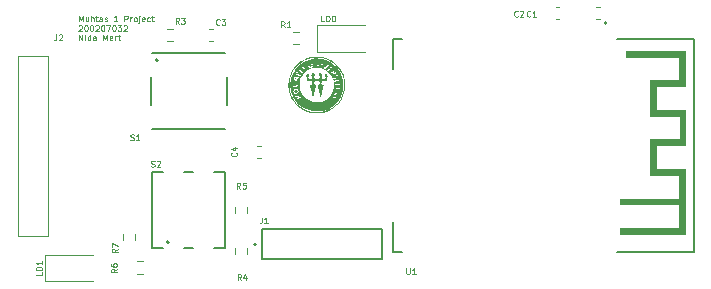
<source format=gbr>
%TF.GenerationSoftware,KiCad,Pcbnew,8.0.7*%
%TF.CreationDate,2024-12-14T18:23:45+03:00*%
%TF.ProjectId,pmod_esp32,706d6f64-5f65-4737-9033-322e6b696361,0.1*%
%TF.SameCoordinates,Original*%
%TF.FileFunction,Legend,Top*%
%TF.FilePolarity,Positive*%
%FSLAX46Y46*%
G04 Gerber Fmt 4.6, Leading zero omitted, Abs format (unit mm)*
G04 Created by KiCad (PCBNEW 8.0.7) date 2024-12-14 18:23:45*
%MOMM*%
%LPD*%
G01*
G04 APERTURE LIST*
%ADD10C,0.125000*%
%ADD11C,0.100000*%
%ADD12C,0.120000*%
%ADD13C,0.127000*%
%ADD14C,0.200000*%
%ADD15C,0.010000*%
%ADD16C,0.000000*%
G04 APERTURE END LIST*
D10*
X193451283Y-36722365D02*
X193451283Y-36222365D01*
X193451283Y-36222365D02*
X193617950Y-36579508D01*
X193617950Y-36579508D02*
X193784616Y-36222365D01*
X193784616Y-36222365D02*
X193784616Y-36722365D01*
X194236998Y-36389032D02*
X194236998Y-36722365D01*
X194022712Y-36389032D02*
X194022712Y-36650936D01*
X194022712Y-36650936D02*
X194046522Y-36698556D01*
X194046522Y-36698556D02*
X194094141Y-36722365D01*
X194094141Y-36722365D02*
X194165569Y-36722365D01*
X194165569Y-36722365D02*
X194213188Y-36698556D01*
X194213188Y-36698556D02*
X194236998Y-36674746D01*
X194475093Y-36722365D02*
X194475093Y-36222365D01*
X194689379Y-36722365D02*
X194689379Y-36460460D01*
X194689379Y-36460460D02*
X194665569Y-36412841D01*
X194665569Y-36412841D02*
X194617950Y-36389032D01*
X194617950Y-36389032D02*
X194546522Y-36389032D01*
X194546522Y-36389032D02*
X194498903Y-36412841D01*
X194498903Y-36412841D02*
X194475093Y-36436651D01*
X194856046Y-36389032D02*
X195046522Y-36389032D01*
X194927474Y-36222365D02*
X194927474Y-36650936D01*
X194927474Y-36650936D02*
X194951284Y-36698556D01*
X194951284Y-36698556D02*
X194998903Y-36722365D01*
X194998903Y-36722365D02*
X195046522Y-36722365D01*
X195427474Y-36722365D02*
X195427474Y-36460460D01*
X195427474Y-36460460D02*
X195403664Y-36412841D01*
X195403664Y-36412841D02*
X195356045Y-36389032D01*
X195356045Y-36389032D02*
X195260807Y-36389032D01*
X195260807Y-36389032D02*
X195213188Y-36412841D01*
X195427474Y-36698556D02*
X195379855Y-36722365D01*
X195379855Y-36722365D02*
X195260807Y-36722365D01*
X195260807Y-36722365D02*
X195213188Y-36698556D01*
X195213188Y-36698556D02*
X195189379Y-36650936D01*
X195189379Y-36650936D02*
X195189379Y-36603317D01*
X195189379Y-36603317D02*
X195213188Y-36555698D01*
X195213188Y-36555698D02*
X195260807Y-36531889D01*
X195260807Y-36531889D02*
X195379855Y-36531889D01*
X195379855Y-36531889D02*
X195427474Y-36508079D01*
X195641760Y-36698556D02*
X195689379Y-36722365D01*
X195689379Y-36722365D02*
X195784617Y-36722365D01*
X195784617Y-36722365D02*
X195832236Y-36698556D01*
X195832236Y-36698556D02*
X195856045Y-36650936D01*
X195856045Y-36650936D02*
X195856045Y-36627127D01*
X195856045Y-36627127D02*
X195832236Y-36579508D01*
X195832236Y-36579508D02*
X195784617Y-36555698D01*
X195784617Y-36555698D02*
X195713188Y-36555698D01*
X195713188Y-36555698D02*
X195665569Y-36531889D01*
X195665569Y-36531889D02*
X195641760Y-36484270D01*
X195641760Y-36484270D02*
X195641760Y-36460460D01*
X195641760Y-36460460D02*
X195665569Y-36412841D01*
X195665569Y-36412841D02*
X195713188Y-36389032D01*
X195713188Y-36389032D02*
X195784617Y-36389032D01*
X195784617Y-36389032D02*
X195832236Y-36412841D01*
X196713188Y-36722365D02*
X196427474Y-36722365D01*
X196570331Y-36722365D02*
X196570331Y-36222365D01*
X196570331Y-36222365D02*
X196522712Y-36293794D01*
X196522712Y-36293794D02*
X196475093Y-36341413D01*
X196475093Y-36341413D02*
X196427474Y-36365222D01*
X197308425Y-36722365D02*
X197308425Y-36222365D01*
X197308425Y-36222365D02*
X197498901Y-36222365D01*
X197498901Y-36222365D02*
X197546520Y-36246175D01*
X197546520Y-36246175D02*
X197570330Y-36269984D01*
X197570330Y-36269984D02*
X197594139Y-36317603D01*
X197594139Y-36317603D02*
X197594139Y-36389032D01*
X197594139Y-36389032D02*
X197570330Y-36436651D01*
X197570330Y-36436651D02*
X197546520Y-36460460D01*
X197546520Y-36460460D02*
X197498901Y-36484270D01*
X197498901Y-36484270D02*
X197308425Y-36484270D01*
X197808425Y-36722365D02*
X197808425Y-36389032D01*
X197808425Y-36484270D02*
X197832235Y-36436651D01*
X197832235Y-36436651D02*
X197856044Y-36412841D01*
X197856044Y-36412841D02*
X197903663Y-36389032D01*
X197903663Y-36389032D02*
X197951282Y-36389032D01*
X198189378Y-36722365D02*
X198141759Y-36698556D01*
X198141759Y-36698556D02*
X198117949Y-36674746D01*
X198117949Y-36674746D02*
X198094140Y-36627127D01*
X198094140Y-36627127D02*
X198094140Y-36484270D01*
X198094140Y-36484270D02*
X198117949Y-36436651D01*
X198117949Y-36436651D02*
X198141759Y-36412841D01*
X198141759Y-36412841D02*
X198189378Y-36389032D01*
X198189378Y-36389032D02*
X198260806Y-36389032D01*
X198260806Y-36389032D02*
X198308425Y-36412841D01*
X198308425Y-36412841D02*
X198332235Y-36436651D01*
X198332235Y-36436651D02*
X198356044Y-36484270D01*
X198356044Y-36484270D02*
X198356044Y-36627127D01*
X198356044Y-36627127D02*
X198332235Y-36674746D01*
X198332235Y-36674746D02*
X198308425Y-36698556D01*
X198308425Y-36698556D02*
X198260806Y-36722365D01*
X198260806Y-36722365D02*
X198189378Y-36722365D01*
X198570330Y-36389032D02*
X198570330Y-36817603D01*
X198570330Y-36817603D02*
X198546521Y-36865222D01*
X198546521Y-36865222D02*
X198498902Y-36889032D01*
X198498902Y-36889032D02*
X198475092Y-36889032D01*
X198570330Y-36222365D02*
X198546521Y-36246175D01*
X198546521Y-36246175D02*
X198570330Y-36269984D01*
X198570330Y-36269984D02*
X198594140Y-36246175D01*
X198594140Y-36246175D02*
X198570330Y-36222365D01*
X198570330Y-36222365D02*
X198570330Y-36269984D01*
X198998901Y-36698556D02*
X198951282Y-36722365D01*
X198951282Y-36722365D02*
X198856044Y-36722365D01*
X198856044Y-36722365D02*
X198808425Y-36698556D01*
X198808425Y-36698556D02*
X198784616Y-36650936D01*
X198784616Y-36650936D02*
X198784616Y-36460460D01*
X198784616Y-36460460D02*
X198808425Y-36412841D01*
X198808425Y-36412841D02*
X198856044Y-36389032D01*
X198856044Y-36389032D02*
X198951282Y-36389032D01*
X198951282Y-36389032D02*
X198998901Y-36412841D01*
X198998901Y-36412841D02*
X199022711Y-36460460D01*
X199022711Y-36460460D02*
X199022711Y-36508079D01*
X199022711Y-36508079D02*
X198784616Y-36555698D01*
X199451282Y-36698556D02*
X199403663Y-36722365D01*
X199403663Y-36722365D02*
X199308425Y-36722365D01*
X199308425Y-36722365D02*
X199260806Y-36698556D01*
X199260806Y-36698556D02*
X199236996Y-36674746D01*
X199236996Y-36674746D02*
X199213187Y-36627127D01*
X199213187Y-36627127D02*
X199213187Y-36484270D01*
X199213187Y-36484270D02*
X199236996Y-36436651D01*
X199236996Y-36436651D02*
X199260806Y-36412841D01*
X199260806Y-36412841D02*
X199308425Y-36389032D01*
X199308425Y-36389032D02*
X199403663Y-36389032D01*
X199403663Y-36389032D02*
X199451282Y-36412841D01*
X199594139Y-36389032D02*
X199784615Y-36389032D01*
X199665567Y-36222365D02*
X199665567Y-36650936D01*
X199665567Y-36650936D02*
X199689377Y-36698556D01*
X199689377Y-36698556D02*
X199736996Y-36722365D01*
X199736996Y-36722365D02*
X199784615Y-36722365D01*
X193427474Y-37074956D02*
X193451283Y-37051147D01*
X193451283Y-37051147D02*
X193498902Y-37027337D01*
X193498902Y-37027337D02*
X193617950Y-37027337D01*
X193617950Y-37027337D02*
X193665569Y-37051147D01*
X193665569Y-37051147D02*
X193689378Y-37074956D01*
X193689378Y-37074956D02*
X193713188Y-37122575D01*
X193713188Y-37122575D02*
X193713188Y-37170194D01*
X193713188Y-37170194D02*
X193689378Y-37241623D01*
X193689378Y-37241623D02*
X193403664Y-37527337D01*
X193403664Y-37527337D02*
X193713188Y-37527337D01*
X194022711Y-37027337D02*
X194070330Y-37027337D01*
X194070330Y-37027337D02*
X194117949Y-37051147D01*
X194117949Y-37051147D02*
X194141759Y-37074956D01*
X194141759Y-37074956D02*
X194165568Y-37122575D01*
X194165568Y-37122575D02*
X194189378Y-37217813D01*
X194189378Y-37217813D02*
X194189378Y-37336861D01*
X194189378Y-37336861D02*
X194165568Y-37432099D01*
X194165568Y-37432099D02*
X194141759Y-37479718D01*
X194141759Y-37479718D02*
X194117949Y-37503528D01*
X194117949Y-37503528D02*
X194070330Y-37527337D01*
X194070330Y-37527337D02*
X194022711Y-37527337D01*
X194022711Y-37527337D02*
X193975092Y-37503528D01*
X193975092Y-37503528D02*
X193951283Y-37479718D01*
X193951283Y-37479718D02*
X193927473Y-37432099D01*
X193927473Y-37432099D02*
X193903664Y-37336861D01*
X193903664Y-37336861D02*
X193903664Y-37217813D01*
X193903664Y-37217813D02*
X193927473Y-37122575D01*
X193927473Y-37122575D02*
X193951283Y-37074956D01*
X193951283Y-37074956D02*
X193975092Y-37051147D01*
X193975092Y-37051147D02*
X194022711Y-37027337D01*
X194498901Y-37027337D02*
X194546520Y-37027337D01*
X194546520Y-37027337D02*
X194594139Y-37051147D01*
X194594139Y-37051147D02*
X194617949Y-37074956D01*
X194617949Y-37074956D02*
X194641758Y-37122575D01*
X194641758Y-37122575D02*
X194665568Y-37217813D01*
X194665568Y-37217813D02*
X194665568Y-37336861D01*
X194665568Y-37336861D02*
X194641758Y-37432099D01*
X194641758Y-37432099D02*
X194617949Y-37479718D01*
X194617949Y-37479718D02*
X194594139Y-37503528D01*
X194594139Y-37503528D02*
X194546520Y-37527337D01*
X194546520Y-37527337D02*
X194498901Y-37527337D01*
X194498901Y-37527337D02*
X194451282Y-37503528D01*
X194451282Y-37503528D02*
X194427473Y-37479718D01*
X194427473Y-37479718D02*
X194403663Y-37432099D01*
X194403663Y-37432099D02*
X194379854Y-37336861D01*
X194379854Y-37336861D02*
X194379854Y-37217813D01*
X194379854Y-37217813D02*
X194403663Y-37122575D01*
X194403663Y-37122575D02*
X194427473Y-37074956D01*
X194427473Y-37074956D02*
X194451282Y-37051147D01*
X194451282Y-37051147D02*
X194498901Y-37027337D01*
X194856044Y-37074956D02*
X194879853Y-37051147D01*
X194879853Y-37051147D02*
X194927472Y-37027337D01*
X194927472Y-37027337D02*
X195046520Y-37027337D01*
X195046520Y-37027337D02*
X195094139Y-37051147D01*
X195094139Y-37051147D02*
X195117948Y-37074956D01*
X195117948Y-37074956D02*
X195141758Y-37122575D01*
X195141758Y-37122575D02*
X195141758Y-37170194D01*
X195141758Y-37170194D02*
X195117948Y-37241623D01*
X195117948Y-37241623D02*
X194832234Y-37527337D01*
X194832234Y-37527337D02*
X195141758Y-37527337D01*
X195451281Y-37027337D02*
X195498900Y-37027337D01*
X195498900Y-37027337D02*
X195546519Y-37051147D01*
X195546519Y-37051147D02*
X195570329Y-37074956D01*
X195570329Y-37074956D02*
X195594138Y-37122575D01*
X195594138Y-37122575D02*
X195617948Y-37217813D01*
X195617948Y-37217813D02*
X195617948Y-37336861D01*
X195617948Y-37336861D02*
X195594138Y-37432099D01*
X195594138Y-37432099D02*
X195570329Y-37479718D01*
X195570329Y-37479718D02*
X195546519Y-37503528D01*
X195546519Y-37503528D02*
X195498900Y-37527337D01*
X195498900Y-37527337D02*
X195451281Y-37527337D01*
X195451281Y-37527337D02*
X195403662Y-37503528D01*
X195403662Y-37503528D02*
X195379853Y-37479718D01*
X195379853Y-37479718D02*
X195356043Y-37432099D01*
X195356043Y-37432099D02*
X195332234Y-37336861D01*
X195332234Y-37336861D02*
X195332234Y-37217813D01*
X195332234Y-37217813D02*
X195356043Y-37122575D01*
X195356043Y-37122575D02*
X195379853Y-37074956D01*
X195379853Y-37074956D02*
X195403662Y-37051147D01*
X195403662Y-37051147D02*
X195451281Y-37027337D01*
X195784614Y-37027337D02*
X196117947Y-37027337D01*
X196117947Y-37027337D02*
X195903662Y-37527337D01*
X196403661Y-37027337D02*
X196451280Y-37027337D01*
X196451280Y-37027337D02*
X196498899Y-37051147D01*
X196498899Y-37051147D02*
X196522709Y-37074956D01*
X196522709Y-37074956D02*
X196546518Y-37122575D01*
X196546518Y-37122575D02*
X196570328Y-37217813D01*
X196570328Y-37217813D02*
X196570328Y-37336861D01*
X196570328Y-37336861D02*
X196546518Y-37432099D01*
X196546518Y-37432099D02*
X196522709Y-37479718D01*
X196522709Y-37479718D02*
X196498899Y-37503528D01*
X196498899Y-37503528D02*
X196451280Y-37527337D01*
X196451280Y-37527337D02*
X196403661Y-37527337D01*
X196403661Y-37527337D02*
X196356042Y-37503528D01*
X196356042Y-37503528D02*
X196332233Y-37479718D01*
X196332233Y-37479718D02*
X196308423Y-37432099D01*
X196308423Y-37432099D02*
X196284614Y-37336861D01*
X196284614Y-37336861D02*
X196284614Y-37217813D01*
X196284614Y-37217813D02*
X196308423Y-37122575D01*
X196308423Y-37122575D02*
X196332233Y-37074956D01*
X196332233Y-37074956D02*
X196356042Y-37051147D01*
X196356042Y-37051147D02*
X196403661Y-37027337D01*
X196736994Y-37027337D02*
X197046518Y-37027337D01*
X197046518Y-37027337D02*
X196879851Y-37217813D01*
X196879851Y-37217813D02*
X196951280Y-37217813D01*
X196951280Y-37217813D02*
X196998899Y-37241623D01*
X196998899Y-37241623D02*
X197022708Y-37265432D01*
X197022708Y-37265432D02*
X197046518Y-37313051D01*
X197046518Y-37313051D02*
X197046518Y-37432099D01*
X197046518Y-37432099D02*
X197022708Y-37479718D01*
X197022708Y-37479718D02*
X196998899Y-37503528D01*
X196998899Y-37503528D02*
X196951280Y-37527337D01*
X196951280Y-37527337D02*
X196808423Y-37527337D01*
X196808423Y-37527337D02*
X196760804Y-37503528D01*
X196760804Y-37503528D02*
X196736994Y-37479718D01*
X197236994Y-37074956D02*
X197260803Y-37051147D01*
X197260803Y-37051147D02*
X197308422Y-37027337D01*
X197308422Y-37027337D02*
X197427470Y-37027337D01*
X197427470Y-37027337D02*
X197475089Y-37051147D01*
X197475089Y-37051147D02*
X197498898Y-37074956D01*
X197498898Y-37074956D02*
X197522708Y-37122575D01*
X197522708Y-37122575D02*
X197522708Y-37170194D01*
X197522708Y-37170194D02*
X197498898Y-37241623D01*
X197498898Y-37241623D02*
X197213184Y-37527337D01*
X197213184Y-37527337D02*
X197522708Y-37527337D01*
X193451283Y-38332309D02*
X193451283Y-37832309D01*
X193451283Y-37832309D02*
X193736997Y-38332309D01*
X193736997Y-38332309D02*
X193736997Y-37832309D01*
X193975093Y-38332309D02*
X193975093Y-37998976D01*
X193975093Y-37832309D02*
X193951284Y-37856119D01*
X193951284Y-37856119D02*
X193975093Y-37879928D01*
X193975093Y-37879928D02*
X193998903Y-37856119D01*
X193998903Y-37856119D02*
X193975093Y-37832309D01*
X193975093Y-37832309D02*
X193975093Y-37879928D01*
X194427474Y-38332309D02*
X194427474Y-37832309D01*
X194427474Y-38308500D02*
X194379855Y-38332309D01*
X194379855Y-38332309D02*
X194284617Y-38332309D01*
X194284617Y-38332309D02*
X194236998Y-38308500D01*
X194236998Y-38308500D02*
X194213188Y-38284690D01*
X194213188Y-38284690D02*
X194189379Y-38237071D01*
X194189379Y-38237071D02*
X194189379Y-38094214D01*
X194189379Y-38094214D02*
X194213188Y-38046595D01*
X194213188Y-38046595D02*
X194236998Y-38022785D01*
X194236998Y-38022785D02*
X194284617Y-37998976D01*
X194284617Y-37998976D02*
X194379855Y-37998976D01*
X194379855Y-37998976D02*
X194427474Y-38022785D01*
X194879855Y-38332309D02*
X194879855Y-38070404D01*
X194879855Y-38070404D02*
X194856045Y-38022785D01*
X194856045Y-38022785D02*
X194808426Y-37998976D01*
X194808426Y-37998976D02*
X194713188Y-37998976D01*
X194713188Y-37998976D02*
X194665569Y-38022785D01*
X194879855Y-38308500D02*
X194832236Y-38332309D01*
X194832236Y-38332309D02*
X194713188Y-38332309D01*
X194713188Y-38332309D02*
X194665569Y-38308500D01*
X194665569Y-38308500D02*
X194641760Y-38260880D01*
X194641760Y-38260880D02*
X194641760Y-38213261D01*
X194641760Y-38213261D02*
X194665569Y-38165642D01*
X194665569Y-38165642D02*
X194713188Y-38141833D01*
X194713188Y-38141833D02*
X194832236Y-38141833D01*
X194832236Y-38141833D02*
X194879855Y-38118023D01*
X195498902Y-38332309D02*
X195498902Y-37832309D01*
X195498902Y-37832309D02*
X195665569Y-38189452D01*
X195665569Y-38189452D02*
X195832235Y-37832309D01*
X195832235Y-37832309D02*
X195832235Y-38332309D01*
X196260807Y-38308500D02*
X196213188Y-38332309D01*
X196213188Y-38332309D02*
X196117950Y-38332309D01*
X196117950Y-38332309D02*
X196070331Y-38308500D01*
X196070331Y-38308500D02*
X196046522Y-38260880D01*
X196046522Y-38260880D02*
X196046522Y-38070404D01*
X196046522Y-38070404D02*
X196070331Y-38022785D01*
X196070331Y-38022785D02*
X196117950Y-37998976D01*
X196117950Y-37998976D02*
X196213188Y-37998976D01*
X196213188Y-37998976D02*
X196260807Y-38022785D01*
X196260807Y-38022785D02*
X196284617Y-38070404D01*
X196284617Y-38070404D02*
X196284617Y-38118023D01*
X196284617Y-38118023D02*
X196046522Y-38165642D01*
X196498902Y-38332309D02*
X196498902Y-37998976D01*
X196498902Y-38094214D02*
X196522712Y-38046595D01*
X196522712Y-38046595D02*
X196546521Y-38022785D01*
X196546521Y-38022785D02*
X196594140Y-37998976D01*
X196594140Y-37998976D02*
X196641759Y-37998976D01*
X196736998Y-37998976D02*
X196927474Y-37998976D01*
X196808426Y-37832309D02*
X196808426Y-38260880D01*
X196808426Y-38260880D02*
X196832236Y-38308500D01*
X196832236Y-38308500D02*
X196879855Y-38332309D01*
X196879855Y-38332309D02*
X196927474Y-38332309D01*
D11*
X196726109Y-55983333D02*
X196488014Y-56149999D01*
X196726109Y-56269047D02*
X196226109Y-56269047D01*
X196226109Y-56269047D02*
X196226109Y-56078571D01*
X196226109Y-56078571D02*
X196249919Y-56030952D01*
X196249919Y-56030952D02*
X196273728Y-56007142D01*
X196273728Y-56007142D02*
X196321347Y-55983333D01*
X196321347Y-55983333D02*
X196392776Y-55983333D01*
X196392776Y-55983333D02*
X196440395Y-56007142D01*
X196440395Y-56007142D02*
X196464204Y-56030952D01*
X196464204Y-56030952D02*
X196488014Y-56078571D01*
X196488014Y-56078571D02*
X196488014Y-56269047D01*
X196226109Y-55816666D02*
X196226109Y-55483333D01*
X196226109Y-55483333D02*
X196726109Y-55697618D01*
X196676109Y-57683333D02*
X196438014Y-57849999D01*
X196676109Y-57969047D02*
X196176109Y-57969047D01*
X196176109Y-57969047D02*
X196176109Y-57778571D01*
X196176109Y-57778571D02*
X196199919Y-57730952D01*
X196199919Y-57730952D02*
X196223728Y-57707142D01*
X196223728Y-57707142D02*
X196271347Y-57683333D01*
X196271347Y-57683333D02*
X196342776Y-57683333D01*
X196342776Y-57683333D02*
X196390395Y-57707142D01*
X196390395Y-57707142D02*
X196414204Y-57730952D01*
X196414204Y-57730952D02*
X196438014Y-57778571D01*
X196438014Y-57778571D02*
X196438014Y-57969047D01*
X196176109Y-57254761D02*
X196176109Y-57349999D01*
X196176109Y-57349999D02*
X196199919Y-57397618D01*
X196199919Y-57397618D02*
X196223728Y-57421428D01*
X196223728Y-57421428D02*
X196295157Y-57469047D01*
X196295157Y-57469047D02*
X196390395Y-57492856D01*
X196390395Y-57492856D02*
X196580871Y-57492856D01*
X196580871Y-57492856D02*
X196628490Y-57469047D01*
X196628490Y-57469047D02*
X196652300Y-57445237D01*
X196652300Y-57445237D02*
X196676109Y-57397618D01*
X196676109Y-57397618D02*
X196676109Y-57302380D01*
X196676109Y-57302380D02*
X196652300Y-57254761D01*
X196652300Y-57254761D02*
X196628490Y-57230952D01*
X196628490Y-57230952D02*
X196580871Y-57207142D01*
X196580871Y-57207142D02*
X196461823Y-57207142D01*
X196461823Y-57207142D02*
X196414204Y-57230952D01*
X196414204Y-57230952D02*
X196390395Y-57254761D01*
X196390395Y-57254761D02*
X196366585Y-57302380D01*
X196366585Y-57302380D02*
X196366585Y-57397618D01*
X196366585Y-57397618D02*
X196390395Y-57445237D01*
X196390395Y-57445237D02*
X196414204Y-57469047D01*
X196414204Y-57469047D02*
X196461823Y-57492856D01*
X205366666Y-36978490D02*
X205342857Y-37002300D01*
X205342857Y-37002300D02*
X205271428Y-37026109D01*
X205271428Y-37026109D02*
X205223809Y-37026109D01*
X205223809Y-37026109D02*
X205152381Y-37002300D01*
X205152381Y-37002300D02*
X205104762Y-36954680D01*
X205104762Y-36954680D02*
X205080952Y-36907061D01*
X205080952Y-36907061D02*
X205057143Y-36811823D01*
X205057143Y-36811823D02*
X205057143Y-36740395D01*
X205057143Y-36740395D02*
X205080952Y-36645157D01*
X205080952Y-36645157D02*
X205104762Y-36597538D01*
X205104762Y-36597538D02*
X205152381Y-36549919D01*
X205152381Y-36549919D02*
X205223809Y-36526109D01*
X205223809Y-36526109D02*
X205271428Y-36526109D01*
X205271428Y-36526109D02*
X205342857Y-36549919D01*
X205342857Y-36549919D02*
X205366666Y-36573728D01*
X205533333Y-36526109D02*
X205842857Y-36526109D01*
X205842857Y-36526109D02*
X205676190Y-36716585D01*
X205676190Y-36716585D02*
X205747619Y-36716585D01*
X205747619Y-36716585D02*
X205795238Y-36740395D01*
X205795238Y-36740395D02*
X205819047Y-36764204D01*
X205819047Y-36764204D02*
X205842857Y-36811823D01*
X205842857Y-36811823D02*
X205842857Y-36930871D01*
X205842857Y-36930871D02*
X205819047Y-36978490D01*
X205819047Y-36978490D02*
X205795238Y-37002300D01*
X205795238Y-37002300D02*
X205747619Y-37026109D01*
X205747619Y-37026109D02*
X205604762Y-37026109D01*
X205604762Y-37026109D02*
X205557143Y-37002300D01*
X205557143Y-37002300D02*
X205533333Y-36978490D01*
X191533333Y-37826109D02*
X191533333Y-38183252D01*
X191533333Y-38183252D02*
X191509524Y-38254680D01*
X191509524Y-38254680D02*
X191461905Y-38302300D01*
X191461905Y-38302300D02*
X191390476Y-38326109D01*
X191390476Y-38326109D02*
X191342857Y-38326109D01*
X191747619Y-37873728D02*
X191771428Y-37849919D01*
X191771428Y-37849919D02*
X191819047Y-37826109D01*
X191819047Y-37826109D02*
X191938095Y-37826109D01*
X191938095Y-37826109D02*
X191985714Y-37849919D01*
X191985714Y-37849919D02*
X192009523Y-37873728D01*
X192009523Y-37873728D02*
X192033333Y-37921347D01*
X192033333Y-37921347D02*
X192033333Y-37968966D01*
X192033333Y-37968966D02*
X192009523Y-38040395D01*
X192009523Y-38040395D02*
X191723809Y-38326109D01*
X191723809Y-38326109D02*
X192033333Y-38326109D01*
X207166666Y-58626109D02*
X207000000Y-58388014D01*
X206880952Y-58626109D02*
X206880952Y-58126109D01*
X206880952Y-58126109D02*
X207071428Y-58126109D01*
X207071428Y-58126109D02*
X207119047Y-58149919D01*
X207119047Y-58149919D02*
X207142857Y-58173728D01*
X207142857Y-58173728D02*
X207166666Y-58221347D01*
X207166666Y-58221347D02*
X207166666Y-58292776D01*
X207166666Y-58292776D02*
X207142857Y-58340395D01*
X207142857Y-58340395D02*
X207119047Y-58364204D01*
X207119047Y-58364204D02*
X207071428Y-58388014D01*
X207071428Y-58388014D02*
X206880952Y-58388014D01*
X207595238Y-58292776D02*
X207595238Y-58626109D01*
X207476190Y-58102300D02*
X207357143Y-58459442D01*
X207357143Y-58459442D02*
X207666666Y-58459442D01*
X206778490Y-47833333D02*
X206802300Y-47857142D01*
X206802300Y-47857142D02*
X206826109Y-47928571D01*
X206826109Y-47928571D02*
X206826109Y-47976190D01*
X206826109Y-47976190D02*
X206802300Y-48047618D01*
X206802300Y-48047618D02*
X206754680Y-48095237D01*
X206754680Y-48095237D02*
X206707061Y-48119047D01*
X206707061Y-48119047D02*
X206611823Y-48142856D01*
X206611823Y-48142856D02*
X206540395Y-48142856D01*
X206540395Y-48142856D02*
X206445157Y-48119047D01*
X206445157Y-48119047D02*
X206397538Y-48095237D01*
X206397538Y-48095237D02*
X206349919Y-48047618D01*
X206349919Y-48047618D02*
X206326109Y-47976190D01*
X206326109Y-47976190D02*
X206326109Y-47928571D01*
X206326109Y-47928571D02*
X206349919Y-47857142D01*
X206349919Y-47857142D02*
X206373728Y-47833333D01*
X206492776Y-47404761D02*
X206826109Y-47404761D01*
X206302300Y-47523809D02*
X206659442Y-47642856D01*
X206659442Y-47642856D02*
X206659442Y-47333333D01*
X207116666Y-50876109D02*
X206950000Y-50638014D01*
X206830952Y-50876109D02*
X206830952Y-50376109D01*
X206830952Y-50376109D02*
X207021428Y-50376109D01*
X207021428Y-50376109D02*
X207069047Y-50399919D01*
X207069047Y-50399919D02*
X207092857Y-50423728D01*
X207092857Y-50423728D02*
X207116666Y-50471347D01*
X207116666Y-50471347D02*
X207116666Y-50542776D01*
X207116666Y-50542776D02*
X207092857Y-50590395D01*
X207092857Y-50590395D02*
X207069047Y-50614204D01*
X207069047Y-50614204D02*
X207021428Y-50638014D01*
X207021428Y-50638014D02*
X206830952Y-50638014D01*
X207569047Y-50376109D02*
X207330952Y-50376109D01*
X207330952Y-50376109D02*
X207307143Y-50614204D01*
X207307143Y-50614204D02*
X207330952Y-50590395D01*
X207330952Y-50590395D02*
X207378571Y-50566585D01*
X207378571Y-50566585D02*
X207497619Y-50566585D01*
X207497619Y-50566585D02*
X207545238Y-50590395D01*
X207545238Y-50590395D02*
X207569047Y-50614204D01*
X207569047Y-50614204D02*
X207592857Y-50661823D01*
X207592857Y-50661823D02*
X207592857Y-50780871D01*
X207592857Y-50780871D02*
X207569047Y-50828490D01*
X207569047Y-50828490D02*
X207545238Y-50852300D01*
X207545238Y-50852300D02*
X207497619Y-50876109D01*
X207497619Y-50876109D02*
X207378571Y-50876109D01*
X207378571Y-50876109D02*
X207330952Y-50852300D01*
X207330952Y-50852300D02*
X207307143Y-50828490D01*
X221169047Y-57626109D02*
X221169047Y-58030871D01*
X221169047Y-58030871D02*
X221192857Y-58078490D01*
X221192857Y-58078490D02*
X221216666Y-58102300D01*
X221216666Y-58102300D02*
X221264285Y-58126109D01*
X221264285Y-58126109D02*
X221359523Y-58126109D01*
X221359523Y-58126109D02*
X221407142Y-58102300D01*
X221407142Y-58102300D02*
X221430952Y-58078490D01*
X221430952Y-58078490D02*
X221454761Y-58030871D01*
X221454761Y-58030871D02*
X221454761Y-57626109D01*
X221954762Y-58126109D02*
X221669048Y-58126109D01*
X221811905Y-58126109D02*
X221811905Y-57626109D01*
X221811905Y-57626109D02*
X221764286Y-57697538D01*
X221764286Y-57697538D02*
X221716667Y-57745157D01*
X221716667Y-57745157D02*
X221669048Y-57768966D01*
X201916666Y-36926109D02*
X201750000Y-36688014D01*
X201630952Y-36926109D02*
X201630952Y-36426109D01*
X201630952Y-36426109D02*
X201821428Y-36426109D01*
X201821428Y-36426109D02*
X201869047Y-36449919D01*
X201869047Y-36449919D02*
X201892857Y-36473728D01*
X201892857Y-36473728D02*
X201916666Y-36521347D01*
X201916666Y-36521347D02*
X201916666Y-36592776D01*
X201916666Y-36592776D02*
X201892857Y-36640395D01*
X201892857Y-36640395D02*
X201869047Y-36664204D01*
X201869047Y-36664204D02*
X201821428Y-36688014D01*
X201821428Y-36688014D02*
X201630952Y-36688014D01*
X202083333Y-36426109D02*
X202392857Y-36426109D01*
X202392857Y-36426109D02*
X202226190Y-36616585D01*
X202226190Y-36616585D02*
X202297619Y-36616585D01*
X202297619Y-36616585D02*
X202345238Y-36640395D01*
X202345238Y-36640395D02*
X202369047Y-36664204D01*
X202369047Y-36664204D02*
X202392857Y-36711823D01*
X202392857Y-36711823D02*
X202392857Y-36830871D01*
X202392857Y-36830871D02*
X202369047Y-36878490D01*
X202369047Y-36878490D02*
X202345238Y-36902300D01*
X202345238Y-36902300D02*
X202297619Y-36926109D01*
X202297619Y-36926109D02*
X202154762Y-36926109D01*
X202154762Y-36926109D02*
X202107143Y-36902300D01*
X202107143Y-36902300D02*
X202083333Y-36878490D01*
X230616666Y-36278490D02*
X230592857Y-36302300D01*
X230592857Y-36302300D02*
X230521428Y-36326109D01*
X230521428Y-36326109D02*
X230473809Y-36326109D01*
X230473809Y-36326109D02*
X230402381Y-36302300D01*
X230402381Y-36302300D02*
X230354762Y-36254680D01*
X230354762Y-36254680D02*
X230330952Y-36207061D01*
X230330952Y-36207061D02*
X230307143Y-36111823D01*
X230307143Y-36111823D02*
X230307143Y-36040395D01*
X230307143Y-36040395D02*
X230330952Y-35945157D01*
X230330952Y-35945157D02*
X230354762Y-35897538D01*
X230354762Y-35897538D02*
X230402381Y-35849919D01*
X230402381Y-35849919D02*
X230473809Y-35826109D01*
X230473809Y-35826109D02*
X230521428Y-35826109D01*
X230521428Y-35826109D02*
X230592857Y-35849919D01*
X230592857Y-35849919D02*
X230616666Y-35873728D01*
X230807143Y-35873728D02*
X230830952Y-35849919D01*
X230830952Y-35849919D02*
X230878571Y-35826109D01*
X230878571Y-35826109D02*
X230997619Y-35826109D01*
X230997619Y-35826109D02*
X231045238Y-35849919D01*
X231045238Y-35849919D02*
X231069047Y-35873728D01*
X231069047Y-35873728D02*
X231092857Y-35921347D01*
X231092857Y-35921347D02*
X231092857Y-35968966D01*
X231092857Y-35968966D02*
X231069047Y-36040395D01*
X231069047Y-36040395D02*
X230783333Y-36326109D01*
X230783333Y-36326109D02*
X231092857Y-36326109D01*
X231666666Y-36278490D02*
X231642857Y-36302300D01*
X231642857Y-36302300D02*
X231571428Y-36326109D01*
X231571428Y-36326109D02*
X231523809Y-36326109D01*
X231523809Y-36326109D02*
X231452381Y-36302300D01*
X231452381Y-36302300D02*
X231404762Y-36254680D01*
X231404762Y-36254680D02*
X231380952Y-36207061D01*
X231380952Y-36207061D02*
X231357143Y-36111823D01*
X231357143Y-36111823D02*
X231357143Y-36040395D01*
X231357143Y-36040395D02*
X231380952Y-35945157D01*
X231380952Y-35945157D02*
X231404762Y-35897538D01*
X231404762Y-35897538D02*
X231452381Y-35849919D01*
X231452381Y-35849919D02*
X231523809Y-35826109D01*
X231523809Y-35826109D02*
X231571428Y-35826109D01*
X231571428Y-35826109D02*
X231642857Y-35849919D01*
X231642857Y-35849919D02*
X231666666Y-35873728D01*
X232142857Y-36326109D02*
X231857143Y-36326109D01*
X232000000Y-36326109D02*
X232000000Y-35826109D01*
X232000000Y-35826109D02*
X231952381Y-35897538D01*
X231952381Y-35897538D02*
X231904762Y-35945157D01*
X231904762Y-35945157D02*
X231857143Y-35968966D01*
X190326109Y-57933333D02*
X190326109Y-58171428D01*
X190326109Y-58171428D02*
X189826109Y-58171428D01*
X190326109Y-57766666D02*
X189826109Y-57766666D01*
X189826109Y-57766666D02*
X189826109Y-57647618D01*
X189826109Y-57647618D02*
X189849919Y-57576190D01*
X189849919Y-57576190D02*
X189897538Y-57528571D01*
X189897538Y-57528571D02*
X189945157Y-57504761D01*
X189945157Y-57504761D02*
X190040395Y-57480952D01*
X190040395Y-57480952D02*
X190111823Y-57480952D01*
X190111823Y-57480952D02*
X190207061Y-57504761D01*
X190207061Y-57504761D02*
X190254680Y-57528571D01*
X190254680Y-57528571D02*
X190302300Y-57576190D01*
X190302300Y-57576190D02*
X190326109Y-57647618D01*
X190326109Y-57647618D02*
X190326109Y-57766666D01*
X190326109Y-57004761D02*
X190326109Y-57290475D01*
X190326109Y-57147618D02*
X189826109Y-57147618D01*
X189826109Y-57147618D02*
X189897538Y-57195237D01*
X189897538Y-57195237D02*
X189945157Y-57242856D01*
X189945157Y-57242856D02*
X189968966Y-57290475D01*
X208933333Y-53326109D02*
X208933333Y-53683252D01*
X208933333Y-53683252D02*
X208909524Y-53754680D01*
X208909524Y-53754680D02*
X208861905Y-53802300D01*
X208861905Y-53802300D02*
X208790476Y-53826109D01*
X208790476Y-53826109D02*
X208742857Y-53826109D01*
X209433333Y-53826109D02*
X209147619Y-53826109D01*
X209290476Y-53826109D02*
X209290476Y-53326109D01*
X209290476Y-53326109D02*
X209242857Y-53397538D01*
X209242857Y-53397538D02*
X209195238Y-53445157D01*
X209195238Y-53445157D02*
X209147619Y-53468966D01*
X210866666Y-37226109D02*
X210700000Y-36988014D01*
X210580952Y-37226109D02*
X210580952Y-36726109D01*
X210580952Y-36726109D02*
X210771428Y-36726109D01*
X210771428Y-36726109D02*
X210819047Y-36749919D01*
X210819047Y-36749919D02*
X210842857Y-36773728D01*
X210842857Y-36773728D02*
X210866666Y-36821347D01*
X210866666Y-36821347D02*
X210866666Y-36892776D01*
X210866666Y-36892776D02*
X210842857Y-36940395D01*
X210842857Y-36940395D02*
X210819047Y-36964204D01*
X210819047Y-36964204D02*
X210771428Y-36988014D01*
X210771428Y-36988014D02*
X210580952Y-36988014D01*
X211342857Y-37226109D02*
X211057143Y-37226109D01*
X211200000Y-37226109D02*
X211200000Y-36726109D01*
X211200000Y-36726109D02*
X211152381Y-36797538D01*
X211152381Y-36797538D02*
X211104762Y-36845157D01*
X211104762Y-36845157D02*
X211057143Y-36868966D01*
X199569048Y-49002300D02*
X199640476Y-49026109D01*
X199640476Y-49026109D02*
X199759524Y-49026109D01*
X199759524Y-49026109D02*
X199807143Y-49002300D01*
X199807143Y-49002300D02*
X199830952Y-48978490D01*
X199830952Y-48978490D02*
X199854762Y-48930871D01*
X199854762Y-48930871D02*
X199854762Y-48883252D01*
X199854762Y-48883252D02*
X199830952Y-48835633D01*
X199830952Y-48835633D02*
X199807143Y-48811823D01*
X199807143Y-48811823D02*
X199759524Y-48788014D01*
X199759524Y-48788014D02*
X199664286Y-48764204D01*
X199664286Y-48764204D02*
X199616667Y-48740395D01*
X199616667Y-48740395D02*
X199592857Y-48716585D01*
X199592857Y-48716585D02*
X199569048Y-48668966D01*
X199569048Y-48668966D02*
X199569048Y-48621347D01*
X199569048Y-48621347D02*
X199592857Y-48573728D01*
X199592857Y-48573728D02*
X199616667Y-48549919D01*
X199616667Y-48549919D02*
X199664286Y-48526109D01*
X199664286Y-48526109D02*
X199783333Y-48526109D01*
X199783333Y-48526109D02*
X199854762Y-48549919D01*
X200045238Y-48573728D02*
X200069047Y-48549919D01*
X200069047Y-48549919D02*
X200116666Y-48526109D01*
X200116666Y-48526109D02*
X200235714Y-48526109D01*
X200235714Y-48526109D02*
X200283333Y-48549919D01*
X200283333Y-48549919D02*
X200307142Y-48573728D01*
X200307142Y-48573728D02*
X200330952Y-48621347D01*
X200330952Y-48621347D02*
X200330952Y-48668966D01*
X200330952Y-48668966D02*
X200307142Y-48740395D01*
X200307142Y-48740395D02*
X200021428Y-49026109D01*
X200021428Y-49026109D02*
X200330952Y-49026109D01*
X214216666Y-36726109D02*
X213978571Y-36726109D01*
X213978571Y-36726109D02*
X213978571Y-36226109D01*
X214383333Y-36726109D02*
X214383333Y-36226109D01*
X214383333Y-36226109D02*
X214502381Y-36226109D01*
X214502381Y-36226109D02*
X214573809Y-36249919D01*
X214573809Y-36249919D02*
X214621428Y-36297538D01*
X214621428Y-36297538D02*
X214645238Y-36345157D01*
X214645238Y-36345157D02*
X214669047Y-36440395D01*
X214669047Y-36440395D02*
X214669047Y-36511823D01*
X214669047Y-36511823D02*
X214645238Y-36607061D01*
X214645238Y-36607061D02*
X214621428Y-36654680D01*
X214621428Y-36654680D02*
X214573809Y-36702300D01*
X214573809Y-36702300D02*
X214502381Y-36726109D01*
X214502381Y-36726109D02*
X214383333Y-36726109D01*
X214978571Y-36226109D02*
X215026190Y-36226109D01*
X215026190Y-36226109D02*
X215073809Y-36249919D01*
X215073809Y-36249919D02*
X215097619Y-36273728D01*
X215097619Y-36273728D02*
X215121428Y-36321347D01*
X215121428Y-36321347D02*
X215145238Y-36416585D01*
X215145238Y-36416585D02*
X215145238Y-36535633D01*
X215145238Y-36535633D02*
X215121428Y-36630871D01*
X215121428Y-36630871D02*
X215097619Y-36678490D01*
X215097619Y-36678490D02*
X215073809Y-36702300D01*
X215073809Y-36702300D02*
X215026190Y-36726109D01*
X215026190Y-36726109D02*
X214978571Y-36726109D01*
X214978571Y-36726109D02*
X214930952Y-36702300D01*
X214930952Y-36702300D02*
X214907143Y-36678490D01*
X214907143Y-36678490D02*
X214883333Y-36630871D01*
X214883333Y-36630871D02*
X214859524Y-36535633D01*
X214859524Y-36535633D02*
X214859524Y-36416585D01*
X214859524Y-36416585D02*
X214883333Y-36321347D01*
X214883333Y-36321347D02*
X214907143Y-36273728D01*
X214907143Y-36273728D02*
X214930952Y-36249919D01*
X214930952Y-36249919D02*
X214978571Y-36226109D01*
X197819048Y-46752300D02*
X197890476Y-46776109D01*
X197890476Y-46776109D02*
X198009524Y-46776109D01*
X198009524Y-46776109D02*
X198057143Y-46752300D01*
X198057143Y-46752300D02*
X198080952Y-46728490D01*
X198080952Y-46728490D02*
X198104762Y-46680871D01*
X198104762Y-46680871D02*
X198104762Y-46633252D01*
X198104762Y-46633252D02*
X198080952Y-46585633D01*
X198080952Y-46585633D02*
X198057143Y-46561823D01*
X198057143Y-46561823D02*
X198009524Y-46538014D01*
X198009524Y-46538014D02*
X197914286Y-46514204D01*
X197914286Y-46514204D02*
X197866667Y-46490395D01*
X197866667Y-46490395D02*
X197842857Y-46466585D01*
X197842857Y-46466585D02*
X197819048Y-46418966D01*
X197819048Y-46418966D02*
X197819048Y-46371347D01*
X197819048Y-46371347D02*
X197842857Y-46323728D01*
X197842857Y-46323728D02*
X197866667Y-46299919D01*
X197866667Y-46299919D02*
X197914286Y-46276109D01*
X197914286Y-46276109D02*
X198033333Y-46276109D01*
X198033333Y-46276109D02*
X198104762Y-46299919D01*
X198580952Y-46776109D02*
X198295238Y-46776109D01*
X198438095Y-46776109D02*
X198438095Y-46276109D01*
X198438095Y-46276109D02*
X198390476Y-46347538D01*
X198390476Y-46347538D02*
X198342857Y-46395157D01*
X198342857Y-46395157D02*
X198295238Y-46418966D01*
D12*
%TO.C,R7*%
X197177500Y-55254724D02*
X197177500Y-54745276D01*
X198222500Y-55254724D02*
X198222500Y-54745276D01*
%TO.C,R6*%
X198854724Y-57027500D02*
X198345276Y-57027500D01*
X198854724Y-58072500D02*
X198345276Y-58072500D01*
%TO.C,C3*%
X204796267Y-37390000D02*
X204503733Y-37390000D01*
X204796267Y-38410000D02*
X204503733Y-38410000D01*
D11*
%TO.C,J2*%
X188256000Y-39630000D02*
X190796000Y-39630000D01*
X188256000Y-54870000D02*
X188256000Y-39630000D01*
X190796000Y-39630000D02*
X190796000Y-54870000D01*
X190796000Y-54870000D02*
X188256000Y-54870000D01*
D12*
%TO.C,R4*%
X206677500Y-55945276D02*
X206677500Y-56454724D01*
X207722500Y-55945276D02*
X207722500Y-56454724D01*
%TO.C,C4*%
X208846267Y-47240000D02*
X208553733Y-47240000D01*
X208846267Y-48260000D02*
X208553733Y-48260000D01*
%TO.C,R5*%
X206677500Y-52954724D02*
X206677500Y-52445276D01*
X207722500Y-52954724D02*
X207722500Y-52445276D01*
D13*
%TO.C,U1*%
X220027500Y-38220000D02*
X220027500Y-40720000D01*
X220027500Y-53720000D02*
X220027500Y-56220000D01*
X220027500Y-56220000D02*
X220777500Y-56220000D01*
X220777500Y-38220000D02*
X220027500Y-38220000D01*
X239027500Y-38220000D02*
X245527500Y-38220000D01*
X245527500Y-38220000D02*
X245527500Y-56220000D01*
X245527500Y-56220000D02*
X239027500Y-56220000D01*
D14*
X238152900Y-36855000D02*
G75*
G02*
X237952900Y-36855000I-100000J0D01*
G01*
X237952900Y-36855000D02*
G75*
G02*
X238152900Y-36855000I100000J0D01*
G01*
D15*
X239777500Y-52220000D02*
X239294570Y-52220000D01*
X239294570Y-51728090D01*
X239777500Y-51728090D01*
X239777500Y-52220000D01*
G36*
X239777500Y-52220000D02*
G01*
X239294570Y-52220000D01*
X239294570Y-51728090D01*
X239777500Y-51728090D01*
X239777500Y-52220000D01*
G37*
X239777500Y-54720000D02*
X239303110Y-54720000D01*
X239303110Y-54238870D01*
X239777500Y-54238870D01*
X239777500Y-54720000D01*
G36*
X239777500Y-54720000D02*
G01*
X239303110Y-54720000D01*
X239303110Y-54238870D01*
X239777500Y-54238870D01*
X239777500Y-54720000D01*
G37*
X240277500Y-39720000D02*
X239802900Y-39720000D01*
X239802900Y-39199670D01*
X240277500Y-39199670D01*
X240277500Y-39720000D01*
G36*
X240277500Y-39720000D02*
G01*
X239802900Y-39720000D01*
X239802900Y-39199670D01*
X240277500Y-39199670D01*
X240277500Y-39720000D01*
G37*
X242277500Y-44720000D02*
X241795600Y-44720000D01*
X241795600Y-41711710D01*
X242277500Y-41711710D01*
X242277500Y-44720000D01*
G36*
X242277500Y-44720000D02*
G01*
X241795600Y-44720000D01*
X241795600Y-41711710D01*
X242277500Y-41711710D01*
X242277500Y-44720000D01*
G37*
X242277500Y-49720000D02*
X241827600Y-49720000D01*
X241827600Y-46717912D01*
X242277500Y-46717912D01*
X242277500Y-49720000D01*
G36*
X242277500Y-49720000D02*
G01*
X241827600Y-49720000D01*
X241827600Y-46717912D01*
X242277500Y-46717912D01*
X242277500Y-49720000D01*
G37*
X244277500Y-42220000D02*
X241824900Y-42220000D01*
X241824900Y-41698320D01*
X244277500Y-41698320D01*
X244277500Y-42220000D01*
G36*
X244277500Y-42220000D02*
G01*
X241824900Y-42220000D01*
X241824900Y-41698320D01*
X244277500Y-41698320D01*
X244277500Y-42220000D01*
G37*
X244277500Y-44720000D02*
X241818300Y-44720000D01*
X241818300Y-44209770D01*
X244277500Y-44209770D01*
X244277500Y-44720000D01*
G36*
X244277500Y-44720000D02*
G01*
X241818300Y-44720000D01*
X241818300Y-44209770D01*
X244277500Y-44209770D01*
X244277500Y-44720000D01*
G37*
X244277500Y-47220000D02*
X241826300Y-47220000D01*
X241826300Y-46717966D01*
X244277500Y-46717966D01*
X244277500Y-47220000D01*
G36*
X244277500Y-47220000D02*
G01*
X241826300Y-47220000D01*
X241826300Y-46717966D01*
X244277500Y-46717966D01*
X244277500Y-47220000D01*
G37*
X244277500Y-49720000D02*
X241830300Y-49720000D01*
X241830300Y-49228800D01*
X244277500Y-49228800D01*
X244277500Y-49720000D01*
G36*
X244277500Y-49720000D02*
G01*
X241830300Y-49720000D01*
X241830300Y-49228800D01*
X244277500Y-49228800D01*
X244277500Y-49720000D01*
G37*
X244777500Y-39720000D02*
X240306400Y-39720000D01*
X240306400Y-39197970D01*
X244777500Y-39197970D01*
X244777500Y-39720000D01*
G36*
X244777500Y-39720000D02*
G01*
X240306400Y-39720000D01*
X240306400Y-39197970D01*
X244777500Y-39197970D01*
X244777500Y-39720000D01*
G37*
X244777500Y-42220000D02*
X244294000Y-42220000D01*
X244294000Y-39210890D01*
X244777500Y-39210890D01*
X244777500Y-42220000D01*
G36*
X244777500Y-42220000D02*
G01*
X244294000Y-42220000D01*
X244294000Y-39210890D01*
X244777500Y-39210890D01*
X244777500Y-42220000D01*
G37*
X244777500Y-47220000D02*
X244326300Y-47220000D01*
X244326300Y-44209880D01*
X244777500Y-44209880D01*
X244777500Y-47220000D01*
G36*
X244777500Y-47220000D02*
G01*
X244326300Y-47220000D01*
X244326300Y-44209880D01*
X244777500Y-44209880D01*
X244777500Y-47220000D01*
G37*
X244777500Y-49720000D02*
X243331100Y-49720000D01*
X243331100Y-49227940D01*
X244777500Y-49227940D01*
X244777500Y-49720000D01*
G36*
X244777500Y-49720000D02*
G01*
X243331100Y-49720000D01*
X243331100Y-49227940D01*
X244777500Y-49227940D01*
X244777500Y-49720000D01*
G37*
X244777500Y-54720000D02*
X244291200Y-54720000D01*
X244291200Y-49231570D01*
X244777500Y-49231570D01*
X244777500Y-54720000D01*
G36*
X244777500Y-54720000D02*
G01*
X244291200Y-54720000D01*
X244291200Y-49231570D01*
X244777500Y-49231570D01*
X244777500Y-54720000D01*
G37*
X244777500Y-52220000D02*
X239808600Y-52220000D01*
X239808600Y-51733960D01*
X244777500Y-51733960D01*
X244777500Y-52220000D01*
G36*
X244777500Y-52220000D02*
G01*
X239808600Y-52220000D01*
X239808600Y-51733960D01*
X244777500Y-51733960D01*
X244777500Y-52220000D01*
G37*
X244777500Y-54720000D02*
X239807100Y-54720000D01*
X239807100Y-54240700D01*
X244777500Y-54240700D01*
X244777500Y-54720000D01*
G36*
X244777500Y-54720000D02*
G01*
X239807100Y-54720000D01*
X239807100Y-54240700D01*
X244777500Y-54240700D01*
X244777500Y-54720000D01*
G37*
D12*
%TO.C,R3*%
X201404724Y-37377500D02*
X200895276Y-37377500D01*
X201404724Y-38422500D02*
X200895276Y-38422500D01*
%TO.C,C2*%
X233841233Y-35540000D02*
X234133767Y-35540000D01*
X233841233Y-36560000D02*
X234133767Y-36560000D01*
%TO.C,C1*%
X237546267Y-35540000D02*
X237253733Y-35540000D01*
X237546267Y-36560000D02*
X237253733Y-36560000D01*
%TO.C,LD1*%
X190590000Y-56465000D02*
X190590000Y-58735000D01*
X190590000Y-58735000D02*
X194650000Y-58735000D01*
X194650000Y-56465000D02*
X190590000Y-56465000D01*
D13*
%TO.C,J1*%
X208920000Y-54330000D02*
X219080000Y-54330000D01*
X208920000Y-56870000D02*
X208920000Y-54330000D01*
X219080000Y-54330000D02*
X219080000Y-56870000D01*
X219080000Y-56870000D02*
X208920000Y-56870000D01*
D14*
X208460000Y-55600000D02*
G75*
G02*
X208260000Y-55600000I-100000J0D01*
G01*
X208260000Y-55600000D02*
G75*
G02*
X208460000Y-55600000I100000J0D01*
G01*
D16*
%TO.C,G\u002A\u002A\u002A*%
G36*
X211867154Y-41551072D02*
G01*
X211890465Y-41556774D01*
X211894991Y-41570833D01*
X211890916Y-41587500D01*
X211875427Y-41625678D01*
X211855076Y-41637538D01*
X211822010Y-41624721D01*
X211795216Y-41607515D01*
X211758055Y-41580704D01*
X211735980Y-41561764D01*
X211733333Y-41557732D01*
X211748345Y-41553345D01*
X211786773Y-41550543D01*
X211817789Y-41550000D01*
X211867154Y-41551072D01*
G37*
G36*
X215110670Y-40975386D02*
G01*
X215111941Y-40977115D01*
X215131880Y-41018993D01*
X215121811Y-41053659D01*
X215113333Y-41063333D01*
X215079647Y-41082019D01*
X215044629Y-41068967D01*
X215026713Y-41051893D01*
X215009733Y-41029276D01*
X215013327Y-41011615D01*
X215040555Y-40987193D01*
X215044405Y-40984156D01*
X215076281Y-40961241D01*
X215094473Y-40958724D01*
X215110670Y-40975386D01*
G37*
G36*
X211881411Y-42494035D02*
G01*
X211930599Y-42525813D01*
X211960587Y-42578535D01*
X211966666Y-42621337D01*
X211951767Y-42679231D01*
X211912917Y-42724972D01*
X211858889Y-42752756D01*
X211798456Y-42756778D01*
X211772616Y-42749729D01*
X211727360Y-42717414D01*
X211694218Y-42667889D01*
X211683333Y-42622220D01*
X211698352Y-42572630D01*
X211737337Y-42527798D01*
X211791178Y-42496621D01*
X211819608Y-42489121D01*
X211881411Y-42494035D01*
G37*
G36*
X213753144Y-39696332D02*
G01*
X213899221Y-39705552D01*
X214030751Y-39722612D01*
X214156924Y-39748828D01*
X214286928Y-39785514D01*
X214335536Y-39801238D01*
X214582135Y-39896140D01*
X214806273Y-40010602D01*
X215014398Y-40148617D01*
X215212957Y-40314175D01*
X215301039Y-40398859D01*
X215479110Y-40594080D01*
X215628858Y-40796564D01*
X215752983Y-41011244D01*
X215854184Y-41243051D01*
X215935160Y-41496917D01*
X215963097Y-41608333D01*
X215979266Y-41681793D01*
X215990889Y-41747358D01*
X215998719Y-41813338D01*
X216003512Y-41888040D01*
X216006022Y-41979774D01*
X216006985Y-42091666D01*
X216006466Y-42219886D01*
X216003497Y-42322095D01*
X215997595Y-42405557D01*
X215988280Y-42477538D01*
X215977793Y-42532934D01*
X215904241Y-42812218D01*
X215807748Y-43068874D01*
X215686713Y-43305879D01*
X215539535Y-43526208D01*
X215364615Y-43732840D01*
X215294004Y-43804979D01*
X215076222Y-43998636D01*
X214847805Y-44160773D01*
X214608075Y-44291682D01*
X214356350Y-44391657D01*
X214091950Y-44460990D01*
X213814194Y-44499974D01*
X213658333Y-44508511D01*
X213560393Y-44509612D01*
X213462088Y-44508159D01*
X213374312Y-44504468D01*
X213307955Y-44498852D01*
X213303395Y-44498261D01*
X213077170Y-44455083D01*
X212844877Y-44387364D01*
X212617797Y-44299025D01*
X212407210Y-44193991D01*
X212375138Y-44175508D01*
X212139333Y-44017811D01*
X211926087Y-43836239D01*
X211736674Y-43632568D01*
X211572366Y-43408575D01*
X211434435Y-43166034D01*
X211324154Y-42906724D01*
X211242796Y-42632419D01*
X211230582Y-42578140D01*
X211209779Y-42448618D01*
X211196609Y-42297080D01*
X211191159Y-42133979D01*
X211193006Y-42005442D01*
X211286066Y-42005442D01*
X211287632Y-42180678D01*
X211291913Y-42294894D01*
X211297639Y-42385261D01*
X211305988Y-42461258D01*
X211318136Y-42532369D01*
X211335262Y-42608074D01*
X211345899Y-42650000D01*
X211432604Y-42921468D01*
X211546451Y-43175415D01*
X211686009Y-43410345D01*
X211849846Y-43624758D01*
X212036534Y-43817157D01*
X212244640Y-43986044D01*
X212472734Y-44129922D01*
X212719385Y-44247291D01*
X212947168Y-44326445D01*
X213167092Y-44377229D01*
X213402316Y-44407335D01*
X213641417Y-44416013D01*
X213872971Y-44402510D01*
X213950000Y-44392423D01*
X214188927Y-44341559D01*
X214428879Y-44262921D01*
X214660793Y-44160191D01*
X214875603Y-44037053D01*
X214950595Y-43985866D01*
X215050272Y-43907948D01*
X215158422Y-43812586D01*
X215266273Y-43708321D01*
X215365049Y-43603694D01*
X215445977Y-43507247D01*
X215456560Y-43493310D01*
X215607634Y-43263331D01*
X215730586Y-43016957D01*
X215823967Y-42757785D01*
X215886328Y-42489414D01*
X215901062Y-42389998D01*
X215910675Y-42274584D01*
X215914023Y-42140011D01*
X215911475Y-41997083D01*
X215903400Y-41856608D01*
X215890165Y-41729393D01*
X215875537Y-41641666D01*
X215802607Y-41371675D01*
X215701037Y-41117005D01*
X215572586Y-40879296D01*
X215419009Y-40660190D01*
X215242065Y-40461326D01*
X215043512Y-40284347D01*
X214825106Y-40130893D01*
X214588605Y-40002605D01*
X214335766Y-39901123D01*
X214068348Y-39828089D01*
X213901521Y-39798590D01*
X213807895Y-39789996D01*
X213691463Y-39786365D01*
X213562060Y-39787355D01*
X213429519Y-39792621D01*
X213303675Y-39801819D01*
X213194361Y-39814608D01*
X213133333Y-39825427D01*
X212862395Y-39900308D01*
X212606618Y-40003885D01*
X212367765Y-40134577D01*
X212147598Y-40290805D01*
X211947879Y-40470989D01*
X211770371Y-40673551D01*
X211616835Y-40896911D01*
X211489035Y-41139490D01*
X211393649Y-41384525D01*
X211346716Y-41543032D01*
X211314069Y-41692387D01*
X211294316Y-41843040D01*
X211286066Y-42005442D01*
X211193006Y-42005442D01*
X211193519Y-41969766D01*
X211203776Y-41814894D01*
X211222020Y-41679815D01*
X211222912Y-41675000D01*
X211290813Y-41400308D01*
X211388164Y-41138662D01*
X211513229Y-40892070D01*
X211664268Y-40662538D01*
X211839544Y-40452075D01*
X212037318Y-40262688D01*
X212255852Y-40096385D01*
X212493408Y-39955175D01*
X212748247Y-39841064D01*
X212838620Y-39808763D01*
X212980691Y-39764546D01*
X213110315Y-39732582D01*
X213238021Y-39711245D01*
X213374337Y-39698906D01*
X213529791Y-39693938D01*
X213583333Y-39693640D01*
X213753144Y-39696332D01*
G37*
G36*
X212856777Y-41124896D02*
G01*
X212893039Y-41170013D01*
X212922086Y-41215882D01*
X212923293Y-41218253D01*
X212936295Y-41249807D01*
X212932005Y-41271806D01*
X212906216Y-41297008D01*
X212894141Y-41306719D01*
X212841666Y-41348434D01*
X212895833Y-41349217D01*
X212937607Y-41356417D01*
X212950000Y-41375000D01*
X212935092Y-41394847D01*
X212900000Y-41400000D01*
X212864250Y-41404500D01*
X212851178Y-41423559D01*
X212850000Y-41441403D01*
X212860858Y-41480239D01*
X212887761Y-41524419D01*
X212895833Y-41534099D01*
X212955437Y-41579362D01*
X213022263Y-41596568D01*
X213088751Y-41587374D01*
X213147345Y-41553433D01*
X213190484Y-41496401D01*
X213201844Y-41467082D01*
X213213046Y-41422407D01*
X213209563Y-41393202D01*
X213187662Y-41363455D01*
X213174419Y-41349393D01*
X213133617Y-41287958D01*
X213125681Y-41225322D01*
X213150497Y-41164654D01*
X213182288Y-41129412D01*
X213223523Y-41097660D01*
X213259460Y-41086506D01*
X213298121Y-41089294D01*
X213364290Y-41113976D01*
X213409254Y-41159112D01*
X213430548Y-41217589D01*
X213425709Y-41282296D01*
X213392271Y-41346121D01*
X213388644Y-41350551D01*
X213361449Y-41385727D01*
X213352683Y-41413075D01*
X213359661Y-41448327D01*
X213367811Y-41472664D01*
X213404223Y-41535773D01*
X213463223Y-41576998D01*
X213546602Y-41597317D01*
X213600000Y-41599948D01*
X213696303Y-41590243D01*
X213767369Y-41560341D01*
X213815341Y-41509055D01*
X213832678Y-41471243D01*
X213846558Y-41426506D01*
X213846404Y-41398525D01*
X213829639Y-41372753D01*
X213811844Y-41353665D01*
X213775208Y-41295770D01*
X213765711Y-41233859D01*
X213780450Y-41175354D01*
X213816524Y-41127677D01*
X213871033Y-41098251D01*
X213913958Y-41092424D01*
X213982281Y-41106184D01*
X214032903Y-41142709D01*
X214062857Y-41194861D01*
X214069175Y-41255504D01*
X214048890Y-41317502D01*
X214022247Y-41352872D01*
X213994850Y-41384827D01*
X213986248Y-41411985D01*
X213993153Y-41449932D01*
X213998155Y-41467082D01*
X214032877Y-41533002D01*
X214086116Y-41576503D01*
X214150315Y-41595929D01*
X214217915Y-41589625D01*
X214281358Y-41555936D01*
X214304166Y-41534099D01*
X214333705Y-41491233D01*
X214349283Y-41449497D01*
X214350000Y-41441403D01*
X214344565Y-41411800D01*
X214321548Y-41400976D01*
X214300000Y-41400000D01*
X214260304Y-41392546D01*
X214250000Y-41375000D01*
X214264033Y-41355665D01*
X214304166Y-41349551D01*
X214358333Y-41349103D01*
X214305737Y-41303718D01*
X214253142Y-41258333D01*
X214291229Y-41192266D01*
X214322619Y-41146072D01*
X214355252Y-41110131D01*
X214364658Y-41102733D01*
X214390582Y-41088401D01*
X214399260Y-41097169D01*
X214400000Y-41113355D01*
X214410354Y-41148088D01*
X214435851Y-41189716D01*
X214441666Y-41196960D01*
X214473952Y-41242417D01*
X214480760Y-41277230D01*
X214463180Y-41310887D01*
X214455750Y-41319520D01*
X214438769Y-41341382D01*
X214447491Y-41349098D01*
X214473805Y-41350000D01*
X214506113Y-41357730D01*
X214511614Y-41374652D01*
X214491165Y-41391357D01*
X214469527Y-41396992D01*
X214453017Y-41401378D01*
X214442476Y-41412864D01*
X214436571Y-41437739D01*
X214433970Y-41482295D01*
X214433340Y-41552823D01*
X214433333Y-41567825D01*
X214433333Y-41733333D01*
X214310416Y-41733333D01*
X214215250Y-41735535D01*
X214146103Y-41743238D01*
X214095882Y-41758089D01*
X214057499Y-41781732D01*
X214042308Y-41795570D01*
X214000169Y-41857312D01*
X213987810Y-41923323D01*
X214003206Y-41987886D01*
X214044333Y-42045285D01*
X214109169Y-42089803D01*
X214152257Y-42106163D01*
X214159199Y-42111714D01*
X214162373Y-42125511D01*
X214161148Y-42150849D01*
X214154898Y-42191024D01*
X214142992Y-42249330D01*
X214124801Y-42329062D01*
X214099698Y-42433516D01*
X214067053Y-42565986D01*
X214056059Y-42610219D01*
X214025148Y-42733672D01*
X213996553Y-42846430D01*
X213971318Y-42944497D01*
X213950484Y-43023874D01*
X213935095Y-43080563D01*
X213926192Y-43110567D01*
X213924635Y-43114253D01*
X213907899Y-43113331D01*
X213906581Y-43112137D01*
X213900340Y-43094069D01*
X213887713Y-43048429D01*
X213869885Y-42980106D01*
X213848044Y-42893988D01*
X213823376Y-42794966D01*
X213797069Y-42687927D01*
X213770309Y-42577761D01*
X213744283Y-42469357D01*
X213720179Y-42367604D01*
X213699182Y-42277391D01*
X213682481Y-42203607D01*
X213671260Y-42151142D01*
X213666709Y-42124883D01*
X213666666Y-42123856D01*
X213680482Y-42104267D01*
X213698721Y-42100000D01*
X213742600Y-42085956D01*
X213756546Y-42075000D01*
X213900000Y-42075000D01*
X213908999Y-42097179D01*
X213916666Y-42100000D01*
X213931452Y-42086500D01*
X213933333Y-42075000D01*
X213924333Y-42052820D01*
X213916666Y-42050000D01*
X213901880Y-42063499D01*
X213900000Y-42075000D01*
X213756546Y-42075000D01*
X213787964Y-42050317D01*
X213824923Y-42002822D01*
X213842818Y-41958053D01*
X213841499Y-41887926D01*
X213815092Y-41823095D01*
X213769003Y-41773579D01*
X213733333Y-41755107D01*
X213647437Y-41738127D01*
X213552026Y-41738176D01*
X213466666Y-41755107D01*
X213411181Y-41790274D01*
X213372063Y-41846902D01*
X213354718Y-41914969D01*
X213357181Y-41958053D01*
X213378153Y-42007893D01*
X213416414Y-42054630D01*
X213462076Y-42088524D01*
X213501278Y-42100000D01*
X213527591Y-42110632D01*
X213533333Y-42124690D01*
X213529529Y-42146856D01*
X213518796Y-42196956D01*
X213502155Y-42270553D01*
X213480625Y-42363210D01*
X213455225Y-42470488D01*
X213426976Y-42587951D01*
X213425141Y-42595523D01*
X213396339Y-42714334D01*
X213369780Y-42823978D01*
X213346578Y-42919845D01*
X213327848Y-42997330D01*
X213314705Y-43051824D01*
X213308261Y-43078721D01*
X213308157Y-43079166D01*
X213293015Y-43109556D01*
X213273266Y-43115084D01*
X213258952Y-43095833D01*
X213251501Y-43068297D01*
X213238119Y-43014614D01*
X213219972Y-42939788D01*
X213198232Y-42848825D01*
X213174065Y-42746729D01*
X213148642Y-42638507D01*
X213123131Y-42529162D01*
X213098702Y-42423700D01*
X213076522Y-42327127D01*
X213057761Y-42244447D01*
X213043589Y-42180665D01*
X213035173Y-42140786D01*
X213033333Y-42129766D01*
X213047632Y-42109837D01*
X213082430Y-42092124D01*
X213086143Y-42090946D01*
X213101178Y-42082403D01*
X213257341Y-42082403D01*
X213261564Y-42089341D01*
X213285757Y-42099480D01*
X213299516Y-42081641D01*
X213300000Y-42075000D01*
X213291522Y-42052812D01*
X213284316Y-42050000D01*
X213262553Y-42061027D01*
X213257341Y-42082403D01*
X213101178Y-42082403D01*
X213147203Y-42056251D01*
X213189375Y-41998812D01*
X213207304Y-41926350D01*
X213207575Y-41915893D01*
X213201019Y-41863851D01*
X213176442Y-41820746D01*
X213154067Y-41796375D01*
X213128118Y-41771934D01*
X213103732Y-41756018D01*
X213072773Y-41746402D01*
X213027100Y-41740866D01*
X212958578Y-41737185D01*
X212933613Y-41736161D01*
X212766666Y-41729456D01*
X212766666Y-41564728D01*
X212766141Y-41489234D01*
X212763796Y-41441040D01*
X212758477Y-41414121D01*
X212749030Y-41402451D01*
X212735116Y-41400000D01*
X212704062Y-41388399D01*
X212693972Y-41375000D01*
X212695853Y-41356053D01*
X212724867Y-41350024D01*
X212728106Y-41350000D01*
X212758064Y-41348010D01*
X212758830Y-41336868D01*
X212744249Y-41319520D01*
X212720632Y-41279191D01*
X212720178Y-41242392D01*
X212735068Y-41223927D01*
X212752803Y-41202612D01*
X212775371Y-41162678D01*
X212783527Y-41145421D01*
X212813583Y-41078288D01*
X212856777Y-41124896D01*
G37*
G36*
X213871004Y-39865787D02*
G01*
X214132708Y-39913125D01*
X214387580Y-39992712D01*
X214575000Y-40073551D01*
X214776966Y-40183783D01*
X214962259Y-40312737D01*
X215139075Y-40466403D01*
X215212016Y-40538963D01*
X215392431Y-40746479D01*
X215542399Y-40966353D01*
X215662862Y-41200464D01*
X215754761Y-41450692D01*
X215819039Y-41718915D01*
X215827292Y-41766468D01*
X215842882Y-41906996D01*
X215848220Y-42067044D01*
X215843766Y-42235015D01*
X215829981Y-42399312D01*
X215807327Y-42548339D01*
X215793765Y-42609731D01*
X215711174Y-42878121D01*
X215602241Y-43126215D01*
X215466750Y-43354420D01*
X215304481Y-43563147D01*
X215257053Y-43615151D01*
X215059157Y-43805869D01*
X214852704Y-43965866D01*
X214633898Y-44097410D01*
X214398943Y-44202773D01*
X214144042Y-44284225D01*
X214133333Y-44287029D01*
X214056921Y-44306006D01*
X213990602Y-44319784D01*
X213925741Y-44329365D01*
X213853697Y-44335748D01*
X213765834Y-44339933D01*
X213653513Y-44342921D01*
X213650000Y-44342996D01*
X213509882Y-44344477D01*
X213396857Y-44342152D01*
X213304871Y-44335756D01*
X213227872Y-44325028D01*
X213225000Y-44324501D01*
X212980834Y-44264650D01*
X212740517Y-44177467D01*
X212510629Y-44066120D01*
X212323637Y-43949869D01*
X213213818Y-43949869D01*
X213215028Y-44008148D01*
X213220843Y-44080786D01*
X213233161Y-44125230D01*
X213253904Y-44146305D01*
X213271419Y-44149744D01*
X213274969Y-44137844D01*
X213266467Y-44116294D01*
X213256988Y-44075070D01*
X213257247Y-44009881D01*
X213259889Y-43981288D01*
X213262186Y-43957644D01*
X213327296Y-43957644D01*
X213340121Y-43991510D01*
X213370115Y-44020000D01*
X213393657Y-44029780D01*
X213415176Y-44031767D01*
X213406851Y-44023421D01*
X213395833Y-44016452D01*
X213373999Y-43987742D01*
X213366721Y-43947188D01*
X213374196Y-43909052D01*
X213394076Y-43888435D01*
X213424308Y-43891643D01*
X213449262Y-43917117D01*
X213460794Y-43953912D01*
X213458470Y-43975000D01*
X213446383Y-44019749D01*
X213441460Y-44040108D01*
X213425353Y-44074461D01*
X213396644Y-44112814D01*
X213396287Y-44113203D01*
X213358333Y-44154523D01*
X213396725Y-44134531D01*
X213431602Y-44106602D01*
X213464987Y-44065433D01*
X213467496Y-44061436D01*
X213495374Y-43998569D01*
X213494291Y-43944226D01*
X213493704Y-43943062D01*
X213537226Y-43943062D01*
X213539158Y-43984674D01*
X213545060Y-43998412D01*
X213573300Y-44020504D01*
X213605847Y-44030273D01*
X213639071Y-44038110D01*
X213647181Y-44054596D01*
X213630762Y-44085666D01*
X213613546Y-44108514D01*
X213577093Y-44154856D01*
X213609307Y-44133749D01*
X213733333Y-44133749D01*
X213747668Y-44144183D01*
X213782913Y-44148094D01*
X213827421Y-44146129D01*
X213869549Y-44138936D01*
X213897653Y-44127162D01*
X213900454Y-44124452D01*
X213909969Y-44109044D01*
X213899383Y-44104215D01*
X213862975Y-44108223D01*
X213852541Y-44109860D01*
X213810186Y-44113978D01*
X213785726Y-44111216D01*
X213783333Y-44108316D01*
X213793645Y-44089764D01*
X213820059Y-44055956D01*
X213841666Y-44031138D01*
X213884845Y-43973727D01*
X213898815Y-43928075D01*
X213884331Y-43891336D01*
X213880000Y-43886666D01*
X213841120Y-43868387D01*
X213795822Y-43873033D01*
X213764540Y-43894395D01*
X213750865Y-43913143D01*
X213761052Y-43911503D01*
X213776864Y-43903374D01*
X213813429Y-43893533D01*
X213842312Y-43906744D01*
X213861673Y-43926454D01*
X213861760Y-43951661D01*
X213851736Y-43979140D01*
X213825198Y-44024853D01*
X213787552Y-44070778D01*
X213782122Y-44076160D01*
X213751409Y-44108019D01*
X213734483Y-44130308D01*
X213733333Y-44133749D01*
X213609307Y-44133749D01*
X213619311Y-44127194D01*
X213657511Y-44092091D01*
X213680764Y-44057315D01*
X213697000Y-43999990D01*
X213696827Y-43944029D01*
X213682250Y-43898130D01*
X213655273Y-43870987D01*
X213636913Y-43867173D01*
X213617453Y-43869229D01*
X213627042Y-43878450D01*
X213637500Y-43884668D01*
X213659101Y-43910923D01*
X213668095Y-43949029D01*
X213664677Y-43986869D01*
X213649042Y-44012330D01*
X213635374Y-44016666D01*
X213593510Y-44003497D01*
X213572645Y-43968885D01*
X213576969Y-43920172D01*
X213578259Y-43916591D01*
X213588133Y-43884379D01*
X213582370Y-43875584D01*
X213572932Y-43878099D01*
X213549712Y-43902238D01*
X213537226Y-43943062D01*
X213493704Y-43943062D01*
X213473388Y-43902756D01*
X213438455Y-43874640D01*
X213398342Y-43871423D01*
X213361087Y-43887753D01*
X213334726Y-43918278D01*
X213327296Y-43957644D01*
X213262186Y-43957644D01*
X213265290Y-43925682D01*
X213264519Y-43896011D01*
X213256184Y-43885223D01*
X213241077Y-43885826D01*
X213225159Y-43893069D01*
X213216597Y-43911957D01*
X213213818Y-43949869D01*
X212323637Y-43949869D01*
X212297750Y-43933775D01*
X212116666Y-43790954D01*
X211918957Y-43593415D01*
X211749490Y-43378258D01*
X211608602Y-43146097D01*
X211569907Y-43060204D01*
X211766666Y-43060204D01*
X211774830Y-43078128D01*
X211793583Y-43108919D01*
X211812199Y-43131633D01*
X211836728Y-43144037D01*
X211876948Y-43149144D01*
X211926916Y-43150000D01*
X211981537Y-43151940D01*
X212019929Y-43157011D01*
X212033333Y-43163597D01*
X212020083Y-43179156D01*
X211986562Y-43202859D01*
X211966666Y-43214664D01*
X211927016Y-43238599D01*
X211903142Y-43256197D01*
X211900000Y-43260495D01*
X211907708Y-43283255D01*
X211924457Y-43312217D01*
X211940677Y-43331674D01*
X211944368Y-43333333D01*
X211961398Y-43324834D01*
X212000650Y-43301658D01*
X212056390Y-43267281D01*
X212122885Y-43225181D01*
X212127115Y-43222470D01*
X212193240Y-43179231D01*
X212247686Y-43142032D01*
X212285054Y-43114682D01*
X212299939Y-43100986D01*
X212300000Y-43100656D01*
X212291197Y-43080017D01*
X212276997Y-43058246D01*
X212262393Y-43041645D01*
X212246040Y-43038420D01*
X212219317Y-43050318D01*
X212173601Y-43079084D01*
X212173384Y-43079226D01*
X212128822Y-43106208D01*
X212096414Y-43122097D01*
X212085081Y-43123970D01*
X212087773Y-43106234D01*
X212102289Y-43067297D01*
X212124534Y-43017641D01*
X212149698Y-42961920D01*
X212160864Y-42924801D01*
X212159898Y-42895568D01*
X212150571Y-42868046D01*
X212132870Y-42835899D01*
X212117537Y-42824762D01*
X212116147Y-42825320D01*
X212104184Y-42843876D01*
X212084706Y-42885429D01*
X212061567Y-42941642D01*
X212057439Y-42952339D01*
X212012047Y-43071128D01*
X211889357Y-43061849D01*
X211830319Y-43058332D01*
X211786835Y-43057549D01*
X211767079Y-43059609D01*
X211766666Y-43060204D01*
X211569907Y-43060204D01*
X211496627Y-42897543D01*
X211421308Y-42656876D01*
X211603711Y-42656876D01*
X211628027Y-42728798D01*
X211673378Y-42789300D01*
X211736159Y-42831808D01*
X211812767Y-42849746D01*
X211821660Y-42849937D01*
X211878287Y-42843196D01*
X211929858Y-42826743D01*
X211932689Y-42825332D01*
X212000322Y-42774762D01*
X212039171Y-42707463D01*
X212050000Y-42633550D01*
X212036584Y-42548055D01*
X212000200Y-42479374D01*
X211946639Y-42429291D01*
X211881696Y-42399588D01*
X211811163Y-42392050D01*
X211740832Y-42408458D01*
X211676496Y-42450595D01*
X211632599Y-42505072D01*
X211604033Y-42580109D01*
X211603711Y-42656876D01*
X211421308Y-42656876D01*
X211413901Y-42633208D01*
X211372650Y-42433531D01*
X211359562Y-42316944D01*
X211353747Y-42178656D01*
X211354871Y-42029701D01*
X211533560Y-42029701D01*
X211547432Y-42116749D01*
X211586217Y-42186796D01*
X211644486Y-42236457D01*
X211716815Y-42262347D01*
X211797775Y-42261082D01*
X211866666Y-42237474D01*
X211925064Y-42190781D01*
X211965491Y-42122323D01*
X211982743Y-42042092D01*
X212144586Y-42042092D01*
X212145175Y-42206818D01*
X212160877Y-42361749D01*
X212180976Y-42458333D01*
X212252825Y-42666106D01*
X212353270Y-42859295D01*
X212479984Y-43034962D01*
X212630643Y-43190168D01*
X212802920Y-43321975D01*
X212918501Y-43390092D01*
X213118055Y-43477323D01*
X213326557Y-43533897D01*
X213539992Y-43559325D01*
X213754343Y-43553118D01*
X213957908Y-43516775D01*
X214162915Y-43448207D01*
X214350082Y-43353581D01*
X214433789Y-43294872D01*
X215269690Y-43294872D01*
X215273531Y-43310517D01*
X215291561Y-43329436D01*
X215313368Y-43322277D01*
X215328960Y-43293322D01*
X215330325Y-43286194D01*
X215325702Y-43256166D01*
X215310476Y-43250000D01*
X215278948Y-43262909D01*
X215269690Y-43294872D01*
X214433789Y-43294872D01*
X214518168Y-43235691D01*
X214665932Y-43097330D01*
X214722539Y-43027342D01*
X214850000Y-43027342D01*
X214863030Y-43043776D01*
X214897716Y-43073268D01*
X214947452Y-43111204D01*
X215005632Y-43152968D01*
X215065648Y-43193946D01*
X215120895Y-43229522D01*
X215164766Y-43255083D01*
X215190655Y-43266012D01*
X215191824Y-43266119D01*
X215212878Y-43253962D01*
X215229259Y-43233662D01*
X215235722Y-43218651D01*
X215232404Y-43203266D01*
X215215399Y-43183710D01*
X215180796Y-43156181D01*
X215124689Y-43116881D01*
X215073824Y-43082544D01*
X214997948Y-43032659D01*
X214944357Y-43000315D01*
X214908505Y-42983275D01*
X214885843Y-42979305D01*
X214873888Y-42984255D01*
X214853329Y-43012770D01*
X214850000Y-43027342D01*
X214722539Y-43027342D01*
X214792136Y-42941294D01*
X214872406Y-42808613D01*
X214982496Y-42808613D01*
X214994977Y-42868198D01*
X215016666Y-42900000D01*
X215061895Y-42928619D01*
X215114495Y-42929163D01*
X215177252Y-42901079D01*
X215238778Y-42855857D01*
X215279678Y-42825711D01*
X215305969Y-42819547D01*
X215325638Y-42836836D01*
X215333128Y-42849618D01*
X215340892Y-42879679D01*
X215324121Y-42908845D01*
X215316196Y-42917137D01*
X215291152Y-42957923D01*
X215291937Y-42984185D01*
X215305947Y-43010836D01*
X215326007Y-43011340D01*
X215356654Y-42984652D01*
X215373518Y-42965387D01*
X215406745Y-42907353D01*
X215415624Y-42847837D01*
X215402372Y-42794215D01*
X215369205Y-42753867D01*
X215318340Y-42734168D01*
X215303797Y-42733333D01*
X215260852Y-42744086D01*
X215211774Y-42771240D01*
X215199630Y-42780422D01*
X215143256Y-42821718D01*
X215103492Y-42839125D01*
X215075633Y-42834377D01*
X215068697Y-42828697D01*
X215051203Y-42794734D01*
X215064636Y-42756400D01*
X215091919Y-42726225D01*
X215120967Y-42688428D01*
X215123469Y-42660354D01*
X215102597Y-42636006D01*
X215071141Y-42642855D01*
X215029789Y-42680731D01*
X215026481Y-42684612D01*
X214993160Y-42743837D01*
X214982496Y-42808613D01*
X214872406Y-42808613D01*
X214895539Y-42770376D01*
X214974900Y-42587371D01*
X214995629Y-42513659D01*
X215083740Y-42513659D01*
X215090085Y-42542482D01*
X215115839Y-42547600D01*
X215120663Y-42546992D01*
X215153689Y-42528996D01*
X215162978Y-42508333D01*
X215173068Y-42449376D01*
X215183993Y-42416695D01*
X215200111Y-42403421D01*
X215225783Y-42402684D01*
X215229747Y-42403115D01*
X215256632Y-42408808D01*
X215270016Y-42423858D01*
X215274567Y-42457398D01*
X215275000Y-42491666D01*
X215276770Y-42541677D01*
X215284244Y-42566618D01*
X215300669Y-42574660D01*
X215308105Y-42575000D01*
X215338316Y-42561025D01*
X215346253Y-42541666D01*
X215356577Y-42483138D01*
X215368084Y-42450461D01*
X215385124Y-42436304D01*
X215410543Y-42433333D01*
X215436418Y-42435291D01*
X215447335Y-42446993D01*
X215446871Y-42477177D01*
X215442187Y-42510668D01*
X215437605Y-42564827D01*
X215445003Y-42594575D01*
X215452795Y-42602080D01*
X215484234Y-42615179D01*
X215501314Y-42600069D01*
X215507264Y-42579166D01*
X215526999Y-42481469D01*
X215538831Y-42413414D01*
X215542593Y-42376044D01*
X215541256Y-42369034D01*
X215523341Y-42363750D01*
X215479130Y-42353993D01*
X215415148Y-42341123D01*
X215337918Y-42326500D01*
X215332604Y-42325523D01*
X215236501Y-42309195D01*
X215170860Y-42301186D01*
X215133905Y-42301336D01*
X215123948Y-42306701D01*
X215111994Y-42349711D01*
X215099400Y-42407726D01*
X215089067Y-42465814D01*
X215083896Y-42509043D01*
X215083740Y-42513659D01*
X214995629Y-42513659D01*
X215028979Y-42395071D01*
X215056536Y-42196271D01*
X215056381Y-42043304D01*
X215119332Y-42043304D01*
X215124894Y-42066335D01*
X215132089Y-42082365D01*
X215145668Y-42092489D01*
X215172069Y-42097854D01*
X215217725Y-42099612D01*
X215289072Y-42098911D01*
X215305583Y-42098604D01*
X215475000Y-42095359D01*
X215480222Y-42147679D01*
X215488825Y-42184999D01*
X215509802Y-42198854D01*
X215525874Y-42200000D01*
X215566303Y-42200000D01*
X215555829Y-42045833D01*
X215550780Y-41978009D01*
X215545936Y-41924081D01*
X215542026Y-41891730D01*
X215540600Y-41885978D01*
X215523139Y-41885852D01*
X215500252Y-41891586D01*
X215473666Y-41909984D01*
X215469765Y-41946717D01*
X215469829Y-41947275D01*
X215475000Y-41991666D01*
X215300631Y-42004924D01*
X215228174Y-42010956D01*
X215169163Y-42016854D01*
X215130808Y-42021839D01*
X215119942Y-42024501D01*
X215119332Y-42043304D01*
X215056381Y-42043304D01*
X215056331Y-41993766D01*
X215027124Y-41790349D01*
X215018485Y-41761062D01*
X215084475Y-41761062D01*
X215089312Y-41788219D01*
X215099294Y-41827990D01*
X215303778Y-41783824D01*
X215402379Y-41760842D01*
X215469059Y-41741295D01*
X215505012Y-41724794D01*
X215512444Y-41715662D01*
X215513939Y-41687351D01*
X215503723Y-41669880D01*
X215481520Y-41663888D01*
X215566666Y-41663888D01*
X215575531Y-41703093D01*
X215598365Y-41715206D01*
X215628697Y-41697969D01*
X215640714Y-41668480D01*
X215626852Y-41642676D01*
X215598216Y-41633333D01*
X215571412Y-41646082D01*
X215566666Y-41663888D01*
X215481520Y-41663888D01*
X215477448Y-41662789D01*
X215430771Y-41665616D01*
X215359345Y-41677900D01*
X215291009Y-41692158D01*
X215214138Y-41709186D01*
X215150007Y-41724164D01*
X215105165Y-41735507D01*
X215086161Y-41741632D01*
X215086042Y-41741734D01*
X215084475Y-41761062D01*
X215018485Y-41761062D01*
X214967674Y-41588815D01*
X214890112Y-41416666D01*
X214885153Y-41408782D01*
X214972780Y-41408782D01*
X214974734Y-41456563D01*
X214994176Y-41511772D01*
X215036727Y-41572479D01*
X215087977Y-41603591D01*
X215143671Y-41604014D01*
X215199555Y-41572655D01*
X215206479Y-41566315D01*
X215230615Y-41524831D01*
X215245166Y-41460129D01*
X215246070Y-41451696D01*
X215258300Y-41385494D01*
X215278712Y-41347442D01*
X215305848Y-41339417D01*
X215325000Y-41350000D01*
X215343491Y-41381116D01*
X215350000Y-41418707D01*
X215352102Y-41452953D01*
X215356970Y-41466666D01*
X215376649Y-41471825D01*
X215388175Y-41475966D01*
X215408784Y-41470653D01*
X215420663Y-41441993D01*
X215422472Y-41399144D01*
X215412872Y-41351263D01*
X215408228Y-41338845D01*
X215369523Y-41282210D01*
X215312980Y-41253572D01*
X215278678Y-41250000D01*
X215229534Y-41265355D01*
X215193345Y-41311351D01*
X215170189Y-41387888D01*
X215168327Y-41398889D01*
X215152931Y-41468078D01*
X215132817Y-41505971D01*
X215106562Y-41514443D01*
X215087041Y-41506038D01*
X215064587Y-41474042D01*
X215057542Y-41431413D01*
X215052267Y-41390807D01*
X215034056Y-41372927D01*
X215020632Y-41369751D01*
X214988481Y-41377685D01*
X214972780Y-41408782D01*
X214885153Y-41408782D01*
X214776268Y-41235687D01*
X214662994Y-41103559D01*
X214753964Y-41103559D01*
X214777568Y-41136515D01*
X214815362Y-41140192D01*
X214865375Y-41114466D01*
X214870086Y-41110951D01*
X214907565Y-41083957D01*
X214933384Y-41068272D01*
X214938156Y-41066666D01*
X214937319Y-41080407D01*
X214925126Y-41116172D01*
X214907386Y-41158874D01*
X214885339Y-41210929D01*
X214876386Y-41243458D01*
X214879562Y-41267160D01*
X214893900Y-41292732D01*
X214895135Y-41294622D01*
X214923663Y-41338161D01*
X214968953Y-41236737D01*
X214993625Y-41182988D01*
X215011110Y-41154141D01*
X215027772Y-41144642D01*
X215049976Y-41148940D01*
X215063772Y-41154009D01*
X215106784Y-41163947D01*
X215143720Y-41152273D01*
X215156386Y-41144474D01*
X215196940Y-41105891D01*
X215210099Y-41058475D01*
X215196259Y-40997829D01*
X215173759Y-40950676D01*
X215145207Y-40901499D01*
X215120087Y-40863806D01*
X215108046Y-40849761D01*
X215087980Y-40852789D01*
X215048573Y-40872664D01*
X214996091Y-40904895D01*
X214936801Y-40944992D01*
X214876968Y-40988462D01*
X214822860Y-41030813D01*
X214780742Y-41067555D01*
X214756880Y-41094196D01*
X214753964Y-41103559D01*
X214662994Y-41103559D01*
X214638726Y-41075251D01*
X214480795Y-40937117D01*
X214334357Y-40841666D01*
X214481427Y-40841666D01*
X214568888Y-40920833D01*
X214613600Y-40959943D01*
X214648817Y-40988237D01*
X214667336Y-40999949D01*
X214667800Y-41000000D01*
X214686614Y-40988713D01*
X214700713Y-40974140D01*
X214710003Y-40955237D01*
X214700816Y-40934646D01*
X214669026Y-40904545D01*
X214660092Y-40897106D01*
X214598010Y-40845933D01*
X214634618Y-40806965D01*
X214671226Y-40767998D01*
X214730953Y-40817230D01*
X214768950Y-40846234D01*
X214792230Y-40855091D01*
X214810298Y-40846556D01*
X214815424Y-40841717D01*
X214827604Y-40824012D01*
X214822901Y-40804209D01*
X214798009Y-40773720D01*
X214783333Y-40758333D01*
X214750278Y-40722311D01*
X214738250Y-40700217D01*
X214744157Y-40682970D01*
X214754011Y-40672179D01*
X214773171Y-40657038D01*
X214792815Y-40657829D01*
X214823295Y-40676761D01*
X214842307Y-40691025D01*
X214880580Y-40718440D01*
X214903534Y-40726791D01*
X214921541Y-40718253D01*
X214930711Y-40709564D01*
X214948218Y-40687407D01*
X214941657Y-40669755D01*
X214922679Y-40653371D01*
X214888110Y-40625649D01*
X214842173Y-40588554D01*
X214821858Y-40572083D01*
X214756692Y-40519166D01*
X214619060Y-40680416D01*
X214481427Y-40841666D01*
X214334357Y-40841666D01*
X214305786Y-40823043D01*
X214117007Y-40734788D01*
X213917768Y-40674110D01*
X213839590Y-40662238D01*
X214221092Y-40662238D01*
X214224585Y-40687115D01*
X214232460Y-40702022D01*
X214243223Y-40711533D01*
X214270753Y-40728899D01*
X214282352Y-40733230D01*
X214297192Y-40722362D01*
X214331451Y-40692621D01*
X214380468Y-40648182D01*
X214439581Y-40593224D01*
X214458333Y-40575550D01*
X214525811Y-40510757D01*
X214571043Y-40464472D01*
X214596842Y-40433224D01*
X214606024Y-40413542D01*
X214601403Y-40401957D01*
X214600000Y-40400908D01*
X214570733Y-40387088D01*
X214540634Y-40389229D01*
X214504465Y-40410076D01*
X214456987Y-40452376D01*
X214410352Y-40500312D01*
X214363768Y-40547486D01*
X214326907Y-40580613D01*
X214304527Y-40595662D01*
X214300000Y-40593820D01*
X214302971Y-40567275D01*
X214310868Y-40517440D01*
X214322169Y-40453725D01*
X214325902Y-40433802D01*
X214338676Y-40351952D01*
X214339585Y-40297206D01*
X214327635Y-40265158D01*
X214301835Y-40251400D01*
X214284500Y-40250000D01*
X214272489Y-40254439D01*
X214262903Y-40271057D01*
X214254624Y-40304801D01*
X214246538Y-40360622D01*
X214237527Y-40443467D01*
X214234913Y-40469866D01*
X214226455Y-40559406D01*
X214221782Y-40621599D01*
X214221092Y-40662238D01*
X213839590Y-40662238D01*
X213711378Y-40642768D01*
X213501145Y-40642520D01*
X213443687Y-40648067D01*
X213224976Y-40688619D01*
X213022898Y-40757330D01*
X212834387Y-40855470D01*
X212681922Y-40963462D01*
X212522690Y-41111775D01*
X212389341Y-41280791D01*
X212282696Y-41469235D01*
X212203577Y-41675833D01*
X212188282Y-41729833D01*
X212158994Y-41879215D01*
X212144586Y-42042092D01*
X211982743Y-42042092D01*
X211982971Y-42041030D01*
X211983307Y-42028070D01*
X211974842Y-41956832D01*
X211949446Y-41914086D01*
X211907746Y-41900000D01*
X211874820Y-41907424D01*
X211867459Y-41924915D01*
X211883333Y-41941666D01*
X211898138Y-41968040D01*
X211901102Y-42012937D01*
X211893498Y-42064235D01*
X211876598Y-42109812D01*
X211863761Y-42128092D01*
X211811751Y-42161355D01*
X211749954Y-42167655D01*
X211687572Y-42147426D01*
X211648717Y-42117948D01*
X211614010Y-42076823D01*
X211602117Y-42038770D01*
X211611160Y-41991555D01*
X211624149Y-41957798D01*
X211648299Y-41900000D01*
X211601093Y-41900000D01*
X211565929Y-41907824D01*
X211544828Y-41934763D01*
X211535081Y-41986017D01*
X211533560Y-42029701D01*
X211354871Y-42029701D01*
X211354873Y-42029420D01*
X211362603Y-41879988D01*
X211376603Y-41741112D01*
X211396538Y-41623546D01*
X211398084Y-41616666D01*
X211415483Y-41557005D01*
X211624863Y-41557005D01*
X211632111Y-41581361D01*
X211660734Y-41608434D01*
X211670298Y-41615974D01*
X211708667Y-41646296D01*
X211762961Y-41689705D01*
X211823249Y-41738249D01*
X211841476Y-41752996D01*
X211894502Y-41795046D01*
X211937906Y-41827783D01*
X211965168Y-41846366D01*
X211970515Y-41848829D01*
X211982960Y-41835614D01*
X211993732Y-41806036D01*
X211994736Y-41765456D01*
X211969455Y-41735202D01*
X211948677Y-41716260D01*
X211942298Y-41694962D01*
X211948806Y-41659584D01*
X211956306Y-41633333D01*
X211973756Y-41585504D01*
X211993988Y-41561674D01*
X212023468Y-41552972D01*
X212056508Y-41538687D01*
X212084701Y-41510706D01*
X212100122Y-41479614D01*
X212095574Y-41456685D01*
X212076146Y-41453885D01*
X212029999Y-41453219D01*
X211963676Y-41454626D01*
X211883720Y-41458042D01*
X211868769Y-41458845D01*
X211651804Y-41470844D01*
X211633891Y-41522230D01*
X211624863Y-41557005D01*
X211415483Y-41557005D01*
X211474315Y-41355275D01*
X211552872Y-41169988D01*
X211799466Y-41169988D01*
X211804630Y-41177258D01*
X211829718Y-41196333D01*
X211874048Y-41226001D01*
X211930445Y-41261886D01*
X211991740Y-41299613D01*
X212050759Y-41334806D01*
X212100331Y-41363090D01*
X212133284Y-41380088D01*
X212141939Y-41383052D01*
X212158583Y-41369934D01*
X212185415Y-41335397D01*
X212214224Y-41290802D01*
X212248384Y-41224005D01*
X212258831Y-41178008D01*
X212245479Y-41153746D01*
X212227169Y-41150000D01*
X212204264Y-41163230D01*
X212176562Y-41196191D01*
X212168875Y-41208333D01*
X212141967Y-41249201D01*
X212120273Y-41263400D01*
X212094437Y-41254240D01*
X212076063Y-41241196D01*
X212057421Y-41224908D01*
X212053450Y-41207997D01*
X212064856Y-41179981D01*
X212082349Y-41148187D01*
X212104582Y-41104381D01*
X212109306Y-41079500D01*
X212098099Y-41065142D01*
X212097952Y-41065048D01*
X212072241Y-41052670D01*
X212051811Y-41058371D01*
X212027263Y-41086576D01*
X212014865Y-41104166D01*
X211990168Y-41139877D01*
X211975029Y-41161668D01*
X211973491Y-41163850D01*
X211957826Y-41161288D01*
X211933816Y-41150258D01*
X211898112Y-41131150D01*
X211939517Y-41060497D01*
X211963461Y-41017953D01*
X211971202Y-40994355D01*
X211963697Y-40980074D01*
X211948554Y-40969631D01*
X211930216Y-40961904D01*
X211912954Y-40967743D01*
X211891253Y-40991865D01*
X211859597Y-41038990D01*
X211850223Y-41053743D01*
X211815923Y-41111177D01*
X211799723Y-41147979D01*
X211799466Y-41169988D01*
X211552872Y-41169988D01*
X211578640Y-41109211D01*
X211709011Y-40880117D01*
X211765123Y-40803608D01*
X212041666Y-40803608D01*
X212188242Y-40943470D01*
X212245711Y-40997389D01*
X212294730Y-41041660D01*
X212330203Y-41071798D01*
X212347033Y-41083322D01*
X212347202Y-41083333D01*
X212364329Y-41072301D01*
X212397250Y-41043398D01*
X212438255Y-41003462D01*
X212480585Y-40957790D01*
X212500442Y-40928091D01*
X212500966Y-40909002D01*
X212496796Y-40903462D01*
X212475852Y-40887227D01*
X212454637Y-40887995D01*
X212423711Y-40908114D01*
X212400042Y-40927521D01*
X212347527Y-40971710D01*
X212226911Y-40851898D01*
X212106294Y-40732086D01*
X212073980Y-40767847D01*
X212041666Y-40803608D01*
X211765123Y-40803608D01*
X211863379Y-40669637D01*
X211998694Y-40523650D01*
X212341614Y-40523650D01*
X212342528Y-40537107D01*
X212352312Y-40558606D01*
X212373041Y-40591752D01*
X212406792Y-40640148D01*
X212455640Y-40707399D01*
X212521660Y-40797109D01*
X212539149Y-40820833D01*
X212574787Y-40857949D01*
X212605759Y-40863623D01*
X212632095Y-40843158D01*
X212636838Y-40827822D01*
X212629592Y-40802845D01*
X212608017Y-40763780D01*
X212569769Y-40706181D01*
X212531132Y-40651491D01*
X212484408Y-40587383D01*
X212444376Y-40534536D01*
X212415084Y-40498148D01*
X212400582Y-40483420D01*
X212400182Y-40483333D01*
X212379958Y-40492119D01*
X212358094Y-40506446D01*
X212347495Y-40514632D01*
X212341614Y-40523650D01*
X211998694Y-40523650D01*
X212039696Y-40479414D01*
X212103089Y-40425033D01*
X212269304Y-40425033D01*
X212280569Y-40452382D01*
X212306769Y-40464148D01*
X212312258Y-40463540D01*
X212340073Y-40444321D01*
X212346873Y-40428924D01*
X212339249Y-40400867D01*
X212313539Y-40386538D01*
X212284311Y-40392963D01*
X212280000Y-40396666D01*
X212269304Y-40425033D01*
X212103089Y-40425033D01*
X212235914Y-40311091D01*
X212304082Y-40264988D01*
X212823621Y-40264988D01*
X212832403Y-40310585D01*
X212845398Y-40353247D01*
X212862636Y-40412598D01*
X212874837Y-40455891D01*
X212908372Y-40544391D01*
X212952367Y-40601774D01*
X213008932Y-40629193D01*
X213080179Y-40627802D01*
X213150148Y-40606329D01*
X213199463Y-40579706D01*
X213916666Y-40579706D01*
X213932789Y-40599216D01*
X213979470Y-40613437D01*
X213987034Y-40614733D01*
X213997717Y-40601237D01*
X214012540Y-40564422D01*
X214023445Y-40529166D01*
X214054699Y-40416299D01*
X214077646Y-40331526D01*
X214093226Y-40270917D01*
X214102381Y-40230540D01*
X214106052Y-40206466D01*
X214105178Y-40194762D01*
X214103941Y-40192830D01*
X214081397Y-40185207D01*
X214057634Y-40183333D01*
X214040949Y-40186507D01*
X214026804Y-40199570D01*
X214012702Y-40227834D01*
X213996152Y-40276608D01*
X213974656Y-40351205D01*
X213968745Y-40372594D01*
X213948280Y-40448410D01*
X213931597Y-40512967D01*
X213920470Y-40559202D01*
X213916666Y-40579706D01*
X213199463Y-40579706D01*
X213207921Y-40575140D01*
X213239003Y-40533889D01*
X213249737Y-40473148D01*
X213250000Y-40457849D01*
X213245895Y-40421115D01*
X213238989Y-40385416D01*
X213400000Y-40385416D01*
X213400261Y-40460485D01*
X213402081Y-40508345D01*
X213407009Y-40535119D01*
X213416594Y-40546933D01*
X213432389Y-40549911D01*
X213441666Y-40550000D01*
X213462616Y-40548439D01*
X213475160Y-40539152D01*
X213481630Y-40515233D01*
X213484362Y-40469774D01*
X213485308Y-40420833D01*
X213485921Y-40356428D01*
X213485740Y-40303958D01*
X213484814Y-40273252D01*
X213484577Y-40270833D01*
X213490409Y-40251889D01*
X213507561Y-40254714D01*
X213523122Y-40276116D01*
X213536882Y-40300869D01*
X213565142Y-40344829D01*
X213602829Y-40400223D01*
X213620738Y-40425717D01*
X213666417Y-40487402D01*
X213700239Y-40525343D01*
X213727392Y-40544443D01*
X213751845Y-40549601D01*
X213777575Y-40546920D01*
X213792250Y-40532793D01*
X213800968Y-40499000D01*
X213805866Y-40462500D01*
X213811209Y-40400274D01*
X213815043Y-40321889D01*
X213816521Y-40245833D01*
X213816059Y-40180939D01*
X213813090Y-40142477D01*
X213805510Y-40123548D01*
X213791218Y-40117252D01*
X213777149Y-40116666D01*
X213758268Y-40118535D01*
X213745864Y-40128394D01*
X213737751Y-40152627D01*
X213731744Y-40197615D01*
X213725931Y-40266241D01*
X213714230Y-40415817D01*
X213632277Y-40295408D01*
X213582195Y-40222312D01*
X213546480Y-40172456D01*
X213520920Y-40141402D01*
X213501307Y-40124711D01*
X213483431Y-40117945D01*
X213463082Y-40116666D01*
X213462745Y-40116666D01*
X213438924Y-40121254D01*
X213421835Y-40137983D01*
X213410441Y-40171297D01*
X213403705Y-40225645D01*
X213400587Y-40305470D01*
X213400000Y-40385416D01*
X213238989Y-40385416D01*
X213235213Y-40365893D01*
X213220403Y-40301956D01*
X213203912Y-40239076D01*
X213188190Y-40187026D01*
X213175684Y-40155580D01*
X213173417Y-40152165D01*
X213155364Y-40151056D01*
X213127332Y-40156258D01*
X213086445Y-40166520D01*
X213126939Y-40312426D01*
X213148374Y-40400749D01*
X213155169Y-40463508D01*
X213146553Y-40505449D01*
X213121755Y-40531320D01*
X213089377Y-40543730D01*
X213043595Y-40540809D01*
X213003834Y-40506977D01*
X212969537Y-40441504D01*
X212942063Y-40351619D01*
X212925771Y-40289985D01*
X212911961Y-40254264D01*
X212896731Y-40237653D01*
X212876176Y-40233349D01*
X212874188Y-40233333D01*
X212836546Y-40240441D01*
X212823621Y-40264988D01*
X212304082Y-40264988D01*
X212449983Y-40166313D01*
X212527499Y-40125985D01*
X212885872Y-40125985D01*
X212897625Y-40145649D01*
X212915444Y-40150000D01*
X212943938Y-40139019D01*
X212950000Y-40115444D01*
X212941019Y-40088882D01*
X212921024Y-40086469D01*
X212894049Y-40101962D01*
X212885872Y-40125985D01*
X212527499Y-40125985D01*
X212622267Y-40076682D01*
X212988714Y-40076682D01*
X212989943Y-40105873D01*
X213011222Y-40121176D01*
X213040005Y-40115656D01*
X213047805Y-40109329D01*
X213054525Y-40096285D01*
X214054734Y-40096285D01*
X214057344Y-40115067D01*
X214083429Y-40132266D01*
X214113440Y-40125452D01*
X214127736Y-40107213D01*
X214126584Y-40074297D01*
X214118760Y-40062093D01*
X214095166Y-40056829D01*
X214069843Y-40071660D01*
X214054734Y-40096285D01*
X213054525Y-40096285D01*
X213061719Y-40082320D01*
X213059321Y-40068266D01*
X213033259Y-40051041D01*
X213003276Y-40057994D01*
X212988714Y-40076682D01*
X212622267Y-40076682D01*
X212679856Y-40046721D01*
X212923484Y-39953960D01*
X213178819Y-39889674D01*
X213443813Y-39855505D01*
X213600000Y-39850134D01*
X213871004Y-39865787D01*
G37*
D12*
%TO.C,R1*%
X212117224Y-37627500D02*
X211607776Y-37627500D01*
X212117224Y-38672500D02*
X211607776Y-38672500D01*
D14*
%TO.C,S2*%
X199640000Y-49500000D02*
X199640000Y-55900000D01*
X199640000Y-55900000D02*
X200580000Y-55900000D01*
X200580000Y-49500000D02*
X199640000Y-49500000D01*
X202350000Y-55900000D02*
X203150000Y-55900000D01*
X203150000Y-49500000D02*
X202350000Y-49500000D01*
X204920000Y-49500000D02*
X205860000Y-49500000D01*
X205860000Y-49500000D02*
X205860000Y-55900000D01*
X205860000Y-55900000D02*
X204920000Y-55900000D01*
X201080000Y-55400000D02*
G75*
G02*
X200880000Y-55400000I-100000J0D01*
G01*
X200880000Y-55400000D02*
G75*
G02*
X201080000Y-55400000I100000J0D01*
G01*
D12*
%TO.C,LD0*%
X213640000Y-37015000D02*
X213640000Y-39285000D01*
X213640000Y-39285000D02*
X217700000Y-39285000D01*
X217700000Y-37015000D02*
X213640000Y-37015000D01*
D14*
%TO.C,S1*%
X199550000Y-41400000D02*
X199550000Y-43800000D01*
X199650000Y-39400000D02*
X205850000Y-39400000D01*
X205850000Y-45800000D02*
X199650000Y-45800000D01*
X205950000Y-43800000D02*
X205950000Y-41400000D01*
X200150000Y-40000000D02*
G75*
G02*
X199950000Y-40000000I-100000J0D01*
G01*
X199950000Y-40000000D02*
G75*
G02*
X200150000Y-40000000I100000J0D01*
G01*
%TD*%
M02*

</source>
